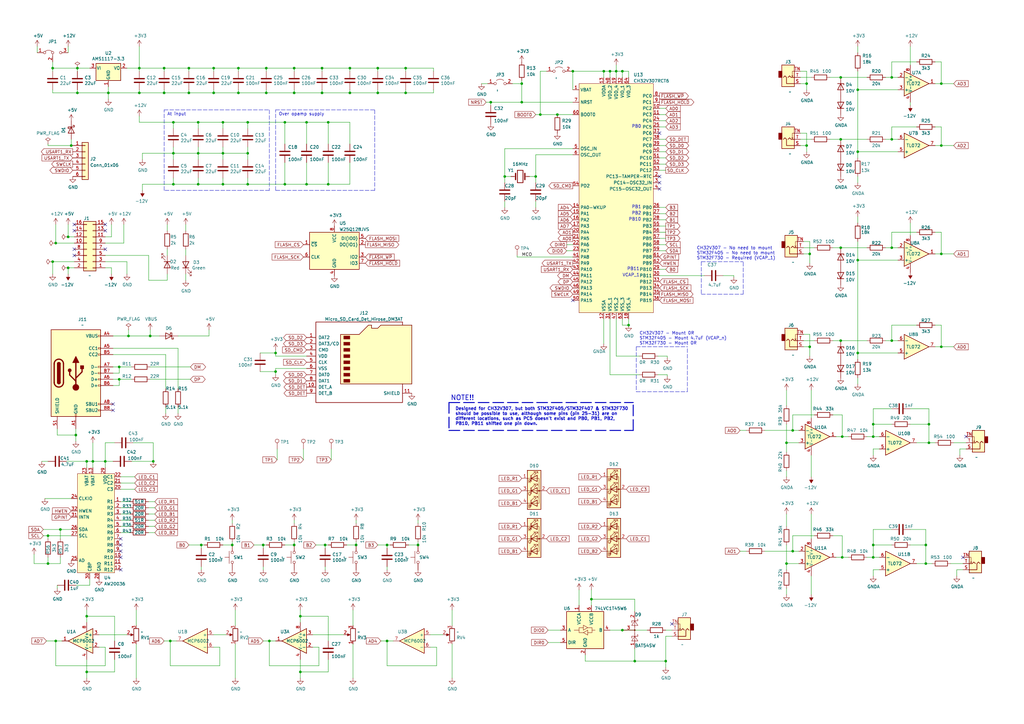
<source format=kicad_sch>
(kicad_sch (version 20211123) (generator eeschema)
  (paper "A3")
  (title_block (title "AAA Demiurge 1") (rev "G") (company "Awesome Audio Apparatus"))
  (junction (at 158.75 262.89))
  (junction (at 351.79 36.83))
  (junction (at 110.49 262.89))
  (junction (at 62.865 189.23))
  (junction (at 234.95 29.21))
  (junction (at 344.805 101.6))
  (junction (at 325.12 176.53))
  (junction (at 213.995 41.91))
  (junction (at 171.45 223.52))
  (junction (at 95.25 223.52))
  (junction (at 365.76 31.75))
  (junction (at 332.105 142.24))
  (junction (at 48.895 155.575))
  (junction (at 35.56 252.73))
  (junction (at 132.08 27.94))
  (junction (at 81.28 62.865))
  (junction (at 166.37 27.94))
  (junction (at 154.94 27.94))
  (junction (at 379.73 223.52))
  (junction (at 31.75 38.1))
  (junction (at 91.44 50.165))
  (junction (at 109.22 27.94))
  (junction (at 113.03 152.4))
  (junction (at 351.79 62.23))
  (junction (at 365.76 101.6))
  (junction (at 154.94 38.1))
  (junction (at 322.58 181.61))
  (junction (at 255.27 258.445))
  (junction (at 260.35 271.145))
  (junction (at 61.595 137.795))
  (junction (at 213.995 34.29))
  (junction (at 109.22 38.1))
  (junction (at 97.79 38.1))
  (junction (at 87.63 38.1))
  (junction (at 29.21 59.69))
  (junction (at 120.65 38.1))
  (junction (at 125.73 75.565))
  (junction (at 116.84 50.165))
  (junction (at 48.895 150.495))
  (junction (at 345.44 228.6))
  (junction (at 221.615 46.99))
  (junction (at 351.79 106.68))
  (junction (at 31.115 178.435))
  (junction (at 69.85 262.89))
  (junction (at 27.94 97.155))
  (junction (at 365.76 139.7))
  (junction (at 24.765 217.17))
  (junction (at 330.835 59.69))
  (junction (at 273.05 271.145))
  (junction (at 21.59 107.315))
  (junction (at 101.6 62.865))
  (junction (at 365.76 57.15))
  (junction (at 67.31 27.94))
  (junction (at 71.12 62.865))
  (junction (at 22.86 262.89))
  (junction (at 381 173.99))
  (junction (at 158.75 223.52))
  (junction (at 35.56 275.59))
  (junction (at 67.31 38.1))
  (junction (at 143.51 38.1))
  (junction (at 379.73 231.14))
  (junction (at 330.835 34.29))
  (junction (at 87.63 27.94))
  (junction (at 21.59 27.94))
  (junction (at 101.6 75.565))
  (junction (at 44.45 38.1))
  (junction (at 132.08 38.1))
  (junction (at 134.62 50.165))
  (junction (at 107.95 223.52))
  (junction (at 344.805 139.7))
  (junction (at 77.47 27.94))
  (junction (at 386.08 34.29))
  (junction (at 101.6 50.165))
  (junction (at 57.15 38.1))
  (junction (at 146.05 223.52))
  (junction (at 77.47 38.1))
  (junction (at 332.105 104.14))
  (junction (at 120.65 27.94))
  (junction (at 250.19 29.21))
  (junction (at 219.71 72.39))
  (junction (at 252.73 29.21))
  (junction (at 386.08 104.14))
  (junction (at 43.18 189.23))
  (junction (at 345.44 179.07))
  (junction (at 242.57 245.745))
  (junction (at 91.44 75.565))
  (junction (at 344.805 31.75))
  (junction (at 201.295 41.91))
  (junction (at 381 181.61))
  (junction (at 71.12 75.565))
  (junction (at 123.19 275.59))
  (junction (at 386.08 142.24))
  (junction (at 134.62 75.565))
  (junction (at 133.35 223.52))
  (junction (at 358.14 223.52))
  (junction (at 120.65 223.52))
  (junction (at 255.27 29.21))
  (junction (at 358.14 173.99))
  (junction (at 166.37 38.1))
  (junction (at 19.685 231.14))
  (junction (at 257.81 133.35))
  (junction (at 207.01 72.39))
  (junction (at 57.15 27.94))
  (junction (at 125.73 50.165))
  (junction (at 386.08 59.69))
  (junction (at 351.79 144.78))
  (junction (at 322.58 231.14))
  (junction (at 358.14 228.6))
  (junction (at 358.14 179.07))
  (junction (at 116.84 75.565))
  (junction (at 81.28 75.565))
  (junction (at 38.1 189.23))
  (junction (at 228.6 46.99))
  (junction (at 82.55 223.52))
  (junction (at 123.19 252.73))
  (junction (at 91.44 62.865))
  (junction (at 97.79 27.94))
  (junction (at 27.94 109.855))
  (junction (at 113.03 144.78))
  (junction (at 19.685 219.71))
  (junction (at 71.12 50.165))
  (junction (at 344.805 57.15))
  (junction (at 22.86 99.695))
  (junction (at 31.75 27.94))
  (junction (at 52.705 137.795))
  (junction (at 81.28 50.165))
  (junction (at 35.56 189.23))
  (junction (at 325.12 226.06))
  (junction (at 143.51 27.94))
  (junction (at 247.65 29.21))
  (no_connect (at 270.51 77.47))
  (no_connect (at 270.51 74.93))
  (no_connect (at 270.51 72.39))
  (no_connect (at 30.48 104.775))
  (no_connect (at 46.355 165.735))
  (no_connect (at 30.48 94.615))
  (no_connect (at 43.18 92.075))
  (no_connect (at 30.48 102.235))
  (no_connect (at 394.97 228.6))
  (no_connect (at 275.59 255.905))
  (no_connect (at 46.355 168.275))
  (no_connect (at 49.53 220.98))
  (no_connect (at 49.53 223.52))
  (no_connect (at 49.53 226.06))
  (no_connect (at 49.53 228.6))
  (no_connect (at 49.53 233.68))
  (no_connect (at 234.95 123.19))
  (no_connect (at 30.48 92.075))
  (no_connect (at 396.24 179.07))
  (no_connect (at 270.51 54.61))
  (no_connect (at 43.18 102.235))
  (no_connect (at 43.18 94.615))
  (wire (pts (xy 15.24 21.59) (xy 15.24 19.05)))
  (wire (pts (xy 31.115 175.895) (xy 31.115 178.435)))
  (wire (pts (xy 43.18 104.775) (xy 60.96 104.775)))
  (wire (pts (xy 296.545 113.03) (xy 300.99 113.03)))
  (wire (pts (xy 123.19 250.19) (xy 123.19 252.73)))
  (wire (pts (xy 368.3 62.23) (xy 351.79 62.23)))
  (wire (pts (xy 134.62 66.675) (xy 134.62 75.565)))
  (wire (pts (xy 57.15 50.165) (xy 71.12 50.165)))
  (wire (pts (xy 217.17 72.39) (xy 219.71 72.39)))
  (wire (pts (xy 392.43 236.22) (xy 392.43 233.68)))
  (wire (pts (xy 207.01 60.96) (xy 207.01 72.39)))
  (wire (pts (xy 49.53 213.36) (xy 53.34 213.36)))
  (wire (pts (xy 340.36 57.15) (xy 344.805 57.15)))
  (wire (pts (xy 270.51 110.49) (xy 273.05 110.49)))
  (wire (pts (xy 373.38 167.64) (xy 381 167.64)))
  (wire (pts (xy 252.73 29.21) (xy 252.73 31.75)))
  (wire (pts (xy 22.86 262.89) (xy 19.05 262.89)))
  (polyline (pts (xy 281.94 160.655) (xy 281.94 142.24)))
  (wire (pts (xy 185.42 264.16) (xy 185.42 278.13)))
  (wire (pts (xy 313.69 226.06) (xy 325.12 226.06)))
  (wire (pts (xy 345.44 219.71) (xy 345.44 228.6)))
  (wire (pts (xy 255.27 258.445) (xy 265.43 258.445)))
  (wire (pts (xy 322.58 181.61) (xy 322.58 185.42)))
  (wire (pts (xy 365.76 95.25) (xy 365.76 101.6)))
  (wire (pts (xy 57.15 47.625) (xy 57.15 50.165)))
  (wire (pts (xy 61.595 137.795) (xy 65.405 137.795)))
  (wire (pts (xy 365.76 52.07) (xy 365.76 57.15)))
  (wire (pts (xy 30.48 97.155) (xy 27.94 97.155)))
  (polyline (pts (xy 113.03 45.085) (xy 153.67 45.085)))
  (wire (pts (xy 134.62 262.89) (xy 134.62 252.73)))
  (wire (pts (xy 383.54 34.29) (xy 386.08 34.29)))
  (wire (pts (xy 327.66 181.61) (xy 322.58 181.61)))
  (wire (pts (xy 27.305 189.23) (xy 35.56 189.23)))
  (wire (pts (xy 44.45 38.1) (xy 44.45 40.64)))
  (wire (pts (xy 365.76 57.15) (xy 368.3 57.15)))
  (wire (pts (xy 330.835 54.61) (xy 330.835 59.69)))
  (wire (pts (xy 46.99 270.51) (xy 46.99 275.59)))
  (wire (pts (xy 351.79 147.32) (xy 351.79 144.78)))
  (wire (pts (xy 125.73 59.055) (xy 125.73 50.165)))
  (wire (pts (xy 101.6 62.865) (xy 101.6 60.325)))
  (wire (pts (xy 344.805 31.75) (xy 355.6 31.75)))
  (wire (pts (xy 368.3 101.6) (xy 365.76 101.6)))
  (wire (pts (xy 116.84 75.565) (xy 101.6 75.565)))
  (wire (pts (xy 22.86 273.05) (xy 22.86 262.89)))
  (wire (pts (xy 46.99 275.59) (xy 35.56 275.59)))
  (wire (pts (xy 177.8 27.94) (xy 177.8 29.21)))
  (wire (pts (xy 341.63 219.71) (xy 345.44 219.71)))
  (wire (pts (xy 46.355 153.035) (xy 48.895 153.035)))
  (wire (pts (xy 330.835 29.21) (xy 330.835 34.29)))
  (wire (pts (xy 68.58 104.775) (xy 68.58 102.235)))
  (wire (pts (xy 67.31 36.83) (xy 67.31 38.1)))
  (polyline (pts (xy 304.8 120.65) (xy 304.8 107.315)))
  (wire (pts (xy 87.63 38.1) (xy 97.79 38.1)))
  (wire (pts (xy 22.86 99.695) (xy 30.48 99.695)))
  (wire (pts (xy 234.95 102.87) (xy 232.41 102.87)))
  (wire (pts (xy 91.44 73.025) (xy 91.44 75.565)))
  (wire (pts (xy 52.705 137.795) (xy 61.595 137.795)))
  (wire (pts (xy 219.71 46.99) (xy 221.615 46.99)))
  (wire (pts (xy 60.96 205.74) (xy 63.5 205.74)))
  (wire (pts (xy 133.35 223.52) (xy 129.54 223.52)))
  (wire (pts (xy 342.9 179.07) (xy 345.44 179.07)))
  (wire (pts (xy 386.08 52.07) (xy 386.08 59.69)))
  (wire (pts (xy 63.5 213.36) (xy 60.96 213.36)))
  (wire (pts (xy 373.38 91.44) (xy 373.38 96.52)))
  (wire (pts (xy 67.31 38.1) (xy 77.47 38.1)))
  (wire (pts (xy 49.53 195.58) (xy 55.245 195.58)))
  (wire (pts (xy 234.95 100.33) (xy 232.41 100.33)))
  (wire (pts (xy 132.08 38.1) (xy 120.65 38.1)))
  (wire (pts (xy 368.3 144.78) (xy 351.79 144.78)))
  (wire (pts (xy 143.51 75.565) (xy 134.62 75.565)))
  (wire (pts (xy 341.63 101.6) (xy 344.805 101.6)))
  (wire (pts (xy 17.78 219.71) (xy 19.685 219.71)))
  (wire (pts (xy 250.19 29.21) (xy 250.19 31.75)))
  (wire (pts (xy 332.105 99.06) (xy 332.105 104.14)))
  (wire (pts (xy 341.63 170.18) (xy 345.44 170.18)))
  (wire (pts (xy 329.565 104.14) (xy 332.105 104.14)))
  (wire (pts (xy 386.08 34.29) (xy 391.16 34.29)))
  (wire (pts (xy 123.19 270.51) (xy 123.19 275.59)))
  (wire (pts (xy 13.97 227.33) (xy 13.97 231.14)))
  (wire (pts (xy 45.72 97.155) (xy 45.72 92.075)))
  (wire (pts (xy 95.25 223.52) (xy 95.25 222.25)))
  (wire (pts (xy 43.18 189.23) (xy 46.355 189.23)))
  (wire (pts (xy 133.35 224.79) (xy 133.35 223.52)))
  (wire (pts (xy 201.295 43.18) (xy 201.295 41.91)))
  (wire (pts (xy 90.17 273.05) (xy 69.85 273.05)))
  (wire (pts (xy 21.59 107.315) (xy 21.59 112.395)))
  (wire (pts (xy 255.27 29.21) (xy 255.27 31.75)))
  (wire (pts (xy 62.865 181.61) (xy 62.865 189.23)))
  (wire (pts (xy 179.07 273.05) (xy 158.75 273.05)))
  (wire (pts (xy 49.53 208.28) (xy 53.34 208.28)))
  (wire (pts (xy 386.08 59.69) (xy 391.16 59.69)))
  (wire (pts (xy 270.51 97.79) (xy 273.05 97.79)))
  (wire (pts (xy 58.42 62.865) (xy 71.12 62.865)))
  (wire (pts (xy 61.595 135.255) (xy 61.595 137.795)))
  (wire (pts (xy 109.22 36.83) (xy 109.22 38.1)))
  (wire (pts (xy 109.22 27.94) (xy 120.65 27.94)))
  (wire (pts (xy 57.15 27.94) (xy 67.31 27.94)))
  (wire (pts (xy 60.96 104.775) (xy 60.96 114.935)))
  (wire (pts (xy 273.05 100.33) (xy 270.51 100.33)))
  (wire (pts (xy 71.12 52.705) (xy 71.12 50.165)))
  (wire (pts (xy 219.71 72.39) (xy 219.71 74.93)))
  (wire (pts (xy 128.27 260.35) (xy 140.97 260.35)))
  (wire (pts (xy 78.105 150.495) (xy 61.595 150.495)))
  (wire (pts (xy 363.22 57.15) (xy 365.76 57.15)))
  (polyline (pts (xy 67.31 78.105) (xy 67.31 45.085)))
  (wire (pts (xy 19.685 59.055) (xy 19.685 59.69)))
  (wire (pts (xy 82.55 223.52) (xy 82.55 224.79)))
  (polyline (pts (xy 113.03 78.105) (xy 113.03 45.085)))
  (wire (pts (xy 120.65 27.94) (xy 120.65 29.21)))
  (wire (pts (xy 351.79 62.23) (xy 351.79 64.77)))
  (wire (pts (xy 332.74 220.98) (xy 332.74 210.82)))
  (wire (pts (xy 48.895 155.575) (xy 46.355 155.575)))
  (polyline (pts (xy 153.67 45.085) (xy 153.67 78.105)))
  (wire (pts (xy 358.14 179.07) (xy 355.6 179.07)))
  (wire (pts (xy 123.19 275.59) (xy 123.19 278.13)))
  (wire (pts (xy 332.74 171.45) (xy 332.74 160.02)))
  (wire (pts (xy 360.68 179.07) (xy 358.14 179.07)))
  (wire (pts (xy 31.115 178.435) (xy 31.115 180.975)))
  (wire (pts (xy 31.75 27.94) (xy 21.59 27.94)))
  (wire (pts (xy 260.35 271.145) (xy 273.05 271.145)))
  (wire (pts (xy 77.47 27.94) (xy 87.63 27.94)))
  (wire (pts (xy 158.75 223.52) (xy 154.94 223.52)))
  (wire (pts (xy 52.07 260.35) (xy 40.64 260.35)))
  (wire (pts (xy 242.57 245.745) (xy 242.57 248.285)))
  (wire (pts (xy 55.88 250.19) (xy 55.88 256.54)))
  (wire (pts (xy 21.59 27.94) (xy 21.59 29.21)))
  (wire (pts (xy 391.16 181.61) (xy 396.24 181.61)))
  (wire (pts (xy 71.12 60.325) (xy 71.12 62.865)))
  (wire (pts (xy 332.105 137.16) (xy 332.105 142.24)))
  (wire (pts (xy 365.76 223.52) (xy 358.14 223.52)))
  (wire (pts (xy 143.51 27.94) (xy 143.51 29.21)))
  (wire (pts (xy 207.01 72.39) (xy 207.01 74.93)))
  (wire (pts (xy 221.615 29.21) (xy 221.615 46.99)))
  (wire (pts (xy 383.54 95.25) (xy 386.08 95.25)))
  (wire (pts (xy 134.62 75.565) (xy 125.73 75.565)))
  (polyline (pts (xy 110.49 78.105) (xy 67.31 78.105)))
  (wire (pts (xy 63.5 218.44) (xy 60.96 218.44)))
  (wire (pts (xy 273.05 52.07) (xy 270.51 52.07)))
  (wire (pts (xy 38.1 189.23) (xy 43.18 189.23)))
  (wire (pts (xy 44.45 35.56) (xy 44.45 38.1)))
  (wire (pts (xy 322.58 241.3) (xy 322.58 243.84)))
  (wire (pts (xy 158.75 262.89) (xy 161.29 262.89)))
  (wire (pts (xy 91.44 60.325) (xy 91.44 62.865)))
  (wire (pts (xy 48.895 153.035) (xy 48.895 150.495)))
  (wire (pts (xy 177.8 38.1) (xy 166.37 38.1)))
  (wire (pts (xy 344.805 101.6) (xy 355.6 101.6)))
  (wire (pts (xy 351.79 36.83) (xy 368.3 36.83)))
  (wire (pts (xy 154.94 27.94) (xy 154.94 29.21)))
  (wire (pts (xy 327.66 231.14) (xy 322.58 231.14)))
  (wire (pts (xy 67.945 145.415) (xy 46.355 145.415)))
  (polyline (pts (xy 67.31 45.085) (xy 110.49 45.085)))
  (wire (pts (xy 58.42 78.105) (xy 58.42 75.565)))
  (wire (pts (xy 43.18 109.855) (xy 45.72 109.855)))
  (wire (pts (xy 144.78 250.19) (xy 144.78 256.54)))
  (wire (pts (xy 113.03 151.13) (xy 125.73 151.13)))
  (wire (pts (xy 237.49 241.935) (xy 237.49 248.285)))
  (wire (pts (xy 92.71 260.35) (xy 87.63 260.35)))
  (wire (pts (xy 35.56 270.51) (xy 35.56 275.59)))
  (wire (pts (xy 224.79 258.445) (xy 229.87 258.445)))
  (wire (pts (xy 143.51 36.83) (xy 143.51 38.1)))
  (wire (pts (xy 373.38 217.17) (xy 379.73 217.17)))
  (wire (pts (xy 21.59 27.94) (xy 21.59 25.4)))
  (wire (pts (xy 71.12 50.165) (xy 81.28 50.165)))
  (wire (pts (xy 260.35 245.745) (xy 260.35 250.825)))
  (wire (pts (xy 133.35 232.41) (xy 133.35 233.68)))
  (wire (pts (xy 255.27 130.81) (xy 255.27 133.35)))
  (wire (pts (xy 43.18 107.315) (xy 52.07 107.315)))
  (wire (pts (xy 134.62 50.165) (xy 143.51 50.165)))
  (wire (pts (xy 358.14 173.99) (xy 358.14 179.07)))
  (wire (pts (xy 332.74 195.58) (xy 332.74 186.69)))
  (wire (pts (xy 35.56 252.73) (xy 46.99 252.73)))
  (wire (pts (xy 234.95 105.41) (xy 212.09 105.41)))
  (wire (pts (xy 176.53 260.35) (xy 181.61 260.35)))
  (wire (pts (xy 113.03 151.13) (xy 113.03 152.4)))
  (wire (pts (xy 21.59 107.315) (xy 30.48 107.315)))
  (wire (pts (xy 201.295 41.91) (xy 213.995 41.91)))
  (wire (pts (xy 270.51 87.63) (xy 273.05 87.63)))
  (wire (pts (xy 46.99 181.61) (xy 43.18 181.61)))
  (wire (pts (xy 247.65 29.21) (xy 250.19 29.21)))
  (wire (pts (xy 365.76 25.4) (xy 365.76 31.75)))
  (wire (pts (xy 154.94 38.1) (xy 143.51 38.1)))
  (wire (pts (xy 363.22 31.75) (xy 365.76 31.75)))
  (wire (pts (xy 325.12 226.06) (xy 327.66 226.06)))
  (wire (pts (xy 355.6 228.6) (xy 358.14 228.6)))
  (wire (pts (xy 63.5 208.28) (xy 60.96 208.28)))
  (wire (pts (xy 250.19 29.21) (xy 252.73 29.21)))
  (wire (pts (xy 328.295 29.21) (xy 330.835 29.21)))
  (wire (pts (xy 328.295 31.75) (xy 332.74 31.75)))
  (wire (pts (xy 76.2 112.395) (xy 76.2 114.935)))
  (wire (pts (xy 57.15 38.1) (xy 57.15 36.83)))
  (wire (pts (xy 44.45 38.1) (xy 57.15 38.1)))
  (wire (pts (xy 143.51 66.675) (xy 143.51 75.565)))
  (wire (pts (xy 365.76 101.6) (xy 363.22 101.6)))
  (wire (pts (xy 325.12 176.53) (xy 313.69 176.53)))
  (wire (pts (xy 45.72 109.855) (xy 45.72 112.395)))
  (wire (pts (xy 325.12 176.53) (xy 327.66 176.53)))
  (wire (pts (xy 351.79 72.39) (xy 351.79 74.93)))
  (wire (pts (xy 68.58 92.075) (xy 68.58 94.615)))
  (wire (pts (xy 23.495 241.3) (xy 23.495 240.03)))
  (wire (pts (xy 109.22 38.1) (xy 97.79 38.1)))
  (wire (pts (xy 67.31 27.94) (xy 77.47 27.94)))
  (wire (pts (xy 234.315 29.21) (xy 234.95 29.21)))
  (wire (pts (xy 13.97 231.14) (xy 19.685 231.14)))
  (wire (pts (xy 48.895 150.495) (xy 53.975 150.495)))
  (wire (pts (xy 90.17 265.43) (xy 90.17 273.05)))
  (wire (pts (xy 199.39 41.91) (xy 201.295 41.91)))
  (wire (pts (xy 57.15 38.1) (xy 67.31 38.1)))
  (wire (pts (xy 382.27 231.14) (xy 379.73 231.14)))
  (wire (pts (xy 207.01 82.55) (xy 207.01 85.09)))
  (wire (pts (xy 358.14 233.68) (xy 358.14 236.22)))
  (wire (pts (xy 67.945 159.385) (xy 67.945 145.415)))
  (wire (pts (xy 68.58 114.935) (xy 68.58 112.395)))
  (wire (pts (xy 52.07 27.94) (xy 57.15 27.94)))
  (wire (pts (xy 252.73 29.21) (xy 255.27 29.21)))
  (wire (pts (xy 334.01 170.18) (xy 325.12 170.18)))
  (wire (pts (xy 134.62 50.165) (xy 134.62 59.055)))
  (wire (pts (xy 125.73 66.675) (xy 125.73 75.565)))
  (wire (pts (xy 351.79 91.44) (xy 351.79 88.9)))
  (wire (pts (xy 300.99 113.03) (xy 300.99 113.665)))
  (wire (pts (xy 71.12 75.565) (xy 81.28 75.565)))
  (wire (pts (xy 330.835 59.69) (xy 330.835 62.23)))
  (wire (pts (xy 219.71 63.5) (xy 234.95 63.5)))
  (wire (pts (xy 177.8 36.83) (xy 177.8 38.1)))
  (wire (pts (xy 393.7 184.15) (xy 393.7 186.69)))
  (wire (pts (xy 171.45 213.36) (xy 171.45 214.63)))
  (wire (pts (xy 27.94 109.855) (xy 27.94 112.395)))
  (wire (pts (xy 373.38 223.52) (xy 379.73 223.52)))
  (wire (pts (xy 132.08 36.83) (xy 132.08 38.1)))
  (wire (pts (xy 38.1 181.61) (xy 38.1 189.23)))
  (wire (pts (xy 213.995 34.29) (xy 213.995 41.91)))
  (wire (pts (xy 273.05 44.45) (xy 270.51 44.45)))
  (wire (pts (xy 128.27 265.43) (xy 130.81 265.43)))
  (wire (pts (xy 358.14 223.52) (xy 358.14 217.17)))
  (wire (pts (xy 375.92 181.61) (xy 381 181.61)))
  (wire (pts (xy 383.54 52.07) (xy 386.08 52.07)))
  (wire (pts (xy 250.19 258.445) (xy 255.27 258.445)))
  (wire (pts (xy 345.44 179.07) (xy 347.98 179.07)))
  (wire (pts (xy 116.84 66.675) (xy 116.84 75.565)))
  (wire (pts (xy 116.84 59.055) (xy 116.84 50.165)))
  (wire (pts (xy 322.58 210.82) (xy 322.58 215.9)))
  (wire (pts (xy 55.88 264.16) (xy 55.88 278.13)))
  (wire (pts (xy 46.355 158.115) (xy 48.895 158.115)))
  (wire (pts (xy 394.97 231.14) (xy 389.89 231.14)))
  (wire (pts (xy 250.19 130.81) (xy 250.19 153.67)))
  (wire (pts (xy 69.85 262.89) (xy 72.39 262.89)))
  (polyline (pts (xy 153.67 78.105) (xy 113.03 78.105)))
  (wire (pts (xy 257.81 133.35) (xy 257.81 130.81)))
  (wire (pts (xy 30.48 109.855) (xy 27.94 109.855)))
  (wire (pts (xy 213.995 33.02) (xy 213.995 34.29)))
  (wire (pts (xy 91.44 223.52) (xy 95.25 223.52)))
  (wire (pts (xy 21.59 38.1) (xy 31.75 38.1)))
  (wire (pts (xy 134.62 270.51) (xy 134.62 275.59)))
  (wire (pts (xy 125.73 75.565) (xy 116.84 75.565)))
  (wire (pts (xy 134.62 223.52) (xy 133.35 223.52)))
  (wire (pts (xy 67.31 262.89) (xy 69.85 262.89)))
  (wire (pts (xy 332.105 142.24) (xy 332.105 146.05)))
  (wire (pts (xy 273.05 90.17) (xy 270.51 90.17)))
  (wire (pts (xy 96.52 250.19) (xy 96.52 256.54)))
  (wire (pts (xy 120.65 213.36) (xy 120.65 214.63)))
  (wire (pts (xy 46.355 142.875) (xy 73.025 142.875)))
  (wire (pts (xy 375.92 133.35) (xy 365.76 133.35)))
  (wire (pts (xy 273.05 258.445) (xy 275.59 258.445)))
  (wire (pts (xy 379.73 231.14) (xy 375.92 231.14)))
  (wire (pts (xy 106.68 144.78) (xy 113.03 144.78)))
  (wire (pts (xy 328.295 54.61) (xy 330.835 54.61)))
  (wire (pts (xy 49.53 200.66) (xy 55.245 200.66)))
  (wire (pts (xy 383.54 133.35) (xy 386.08 133.35)))
  (wire (pts (xy 252.73 130.81) (xy 252.73 146.05)))
  (wire (pts (xy 43.18 99.695) (xy 50.8 99.695)))
  (wire (pts (xy 78.105 155.575) (xy 61.595 155.575)))
  (wire (pts (xy 341.63 139.7) (xy 344.805 139.7)))
  (wire (pts (xy 95.25 213.36) (xy 95.25 214.63)))
  (wire (pts (xy 252.73 26.67) (xy 252.73 29.21)))
  (wire (pts (xy 158.75 273.05) (xy 158.75 262.89)))
  (wire (pts (xy 325.12 219.71) (xy 325.12 226.06)))
  (wire (pts (xy 67.945 167.005) (xy 67.945 169.545)))
  (wire (pts (xy 166.37 27.94) (xy 177.8 27.94)))
  (wire (pts (xy 73.025 137.795) (xy 85.725 137.795)))
  (wire (pts (xy 386.08 133.35) (xy 386.08 142.24)))
  (wire (pts (xy 365.76 217.17) (xy 358.14 217.17)))
  (wire (pts (xy 240.03 271.145) (xy 260.35 271.145)))
  (wire (pts (xy 101.6 50.165) (xy 101.6 52.705)))
  (wire (pts (xy 219.71 63.5) (xy 219.71 72.39)))
  (wire (pts (xy 130.81 265.43) (xy 130.81 273.05)))
  (wire (pts (xy 77.47 36.83) (xy 77.47 38.1)))
  (wire (pts (xy 322.58 231.14) (xy 322.58 233.68)))
  (wire (pts (xy 43.18 181.61) (xy 43.18 189.23)))
  (wire (pts (xy 57.15 19.05) (xy 57.15 27.94)))
  (wire (pts (xy 17.78 217.17) (xy 24.765 217.17)))
  (wire (pts (xy 273.05 57.15) (xy 270.51 57.15)))
  (wire (pts (xy 23.495 175.895) (xy 23.495 178.435)))
  (wire (pts (xy 24.765 217.17) (xy 24.765 220.98)))
  (wire (pts (xy 234.95 29.21) (xy 247.65 29.21)))
  (wire (pts (xy 255.27 133.35) (xy 257.81 133.35)))
  (wire (pts (xy 143.51 27.94) (xy 154.94 27.94)))
  (wire (pts (xy 373.38 43.18) (xy 373.38 41.91)))
  (wire (pts (xy 351.79 106.68) (xy 351.79 144.78)))
  (wire (pts (xy 144.78 264.16) (xy 144.78 278.13)))
  (wire (pts (xy 250.19 153.67) (xy 262.255 153.67)))
  (wire (pts (xy 146.05 223.52) (xy 146.05 222.25)))
  (wire (pts (xy 46.355 137.795) (xy 52.705 137.795)))
  (wire (pts (xy 50.8 99.695) (xy 50.8 92.075)))
  (wire (pts (xy 31.75 36.83) (xy 31.75 38.1)))
  (wire (pts (xy 106.68 152.4) (xy 113.03 152.4)))
  (wire (pts (xy 107.95 223.52) (xy 104.14 223.52)))
  (wire (pts (xy 273.685 146.05) (xy 273.685 146.685)))
  (wire (pts (xy 340.36 31.75) (xy 344.805 31.75)))
  (wire (pts (xy 69.85 273.05) (xy 69.85 262.89)))
  (wire (pts (xy 109.22 29.21) (xy 109.22 27.94)))
  (polyline (pts (xy 259.715 176.53) (xy 259.715 165.1)) (stroke (width 0.4)))
  (wire (pts (xy 368.3 106.68) (xy 351.79 106.68)))
  (wire (pts (xy 386.08 25.4) (xy 386.08 34.29)))
  (wire (pts (xy 31.75 38.1) (xy 44.45 38.1)))
  (wire (pts (xy 328.295 59.69) (xy 330.835 59.69)))
  (polyline (pts (xy 287.655 107.315) (xy 304.8 107.315)))
  (wire (pts (xy 38.1 189.23) (xy 38.1 191.77)))
  (wire (pts (xy 96.52 264.16) (xy 96.52 278.13)))
  (wire (pts (xy 273.05 64.77) (xy 270.51 64.77)))
  (wire (pts (xy 52.07 107.315) (xy 52.07 112.395)))
  (polyline (pts (xy 287.655 120.65) (xy 304.8 120.65)))
  (wire (pts (xy 43.18 265.43) (xy 43.18 273.05)))
  (wire (pts (xy 255.27 29.21) (xy 257.81 29.21)))
  (wire (pts (xy 273.05 62.23) (xy 270.51 62.23)))
  (wire (pts (xy 275.59 260.985) (xy 273.05 260.985)))
  (wire (pts (xy 242.57 241.935) (xy 242.57 245.745)))
  (wire (pts (xy 85.725 137.795) (xy 85.725 135.255)))
  (wire (pts (xy 154.94 27.94) (xy 166.37 27.94)))
  (wire (pts (xy 76.2 104.775) (xy 76.2 102.235)))
  (wire (pts (xy 273.685 153.67) (xy 273.685 154.305)))
  (wire (pts (xy 375.92 25.4) (xy 365.76 25.4)))
  (wire (pts (xy 19.685 220.98) (xy 19.685 219.71)))
  (wire (pts (xy 113.03 152.4) (xy 113.03 153.67)))
  (wire (pts (xy 368.3 139.7) (xy 365.76 139.7)))
  (wire (pts (xy 234.95 29.21) (xy 234.95 36.83)))
  (wire (pts (xy 43.18 189.23) (xy 43.18 191.77)))
  (wire (pts (xy 166.37 27.94) (xy 166.37 29.21)))
  (wire (pts (xy 97.79 27.94) (xy 109.22 27.94)))
  (wire (pts (xy 81.28 50.165) (xy 91.44 50.165)))
  (wire (pts (xy 101.6 50.165) (xy 116.84 50.165)))
  (wire (pts (xy 329.565 99.06) (xy 332.105 99.06)))
  (wire (pts (xy 273.05 85.09) (xy 270.51 85.09)))
  (wire (pts (xy 322.58 223.52) (xy 322.58 231.14)))
  (wire (pts (xy 212.09 105.41) (xy 212.09 104.775)))
  (wire (pts (xy 381 181.61) (xy 383.54 181.61)))
  (wire (pts (xy 132.08 27.94) (xy 132.08 29.21)))
  (polyline (pts (xy 184.15 165.1) (xy 259.715 165.1)) (stroke (width 0.4)))
  (wire (pts (xy 67.31 29.21) (xy 67.31 27.94)))
  (wire (pts (xy 49.53 218.44) (xy 53.34 218.44)))
  (polyline (pts (xy 184.15 176.53) (xy 259.715 176.53)) (stroke (width 0.4)))
  (wire (pts (xy 360.68 184.15) (xy 358.14 184.15)))
  (wire (pts (xy 46.99 252.73) (xy 46.99 262.89)))
  (wire (pts (xy 345.44 228.6) (xy 347.98 228.6)))
  (wire (pts (xy 328.295 57.15) (xy 332.74 57.15)))
  (wire (pts (xy 22.86 262.89) (xy 25.4 262.89)))
  (wire (pts (xy 360.68 233.68) (xy 358.14 233.68)))
  (wire (pts (xy 71.12 62.865) (xy 81.28 62.865)))
  (wire (pts (xy 270.51 95.25) (xy 273.05 95.25)))
  (wire (pts (xy 101.6 62.865) (xy 101.6 65.405)))
  (wire (pts (xy 91.44 75.565) (xy 101.6 75.565)))
  (wire (pts (xy 113.03 144.78) (xy 113.03 143.51)))
  (wire (pts (xy 73.025 169.545) (xy 73.025 167.005)))
  (wire (pts (xy 31.115 240.03) (xy 36.83 240.03)))
  (wire (pts (xy 383.54 104.14) (xy 386.08 104.14)))
  (wire (pts (xy 228.6 46.99) (xy 234.95 46.99)))
  (wire (pts (xy 107.95 224.79) (xy 107.95 223.52)))
  (wire (pts (xy 386.08 142.24) (xy 391.16 142.24)))
  (wire (pts (xy 358.14 228.6) (xy 358.14 223.52)))
  (wire (pts (xy 257.81 29.21) (xy 257.81 31.75)))
  (wire (pts (xy 43.18 273.05) (xy 22.86 273.05)))
  (wire (pts (xy 358.14 184.15) (xy 358.14 186.69)))
  (polyline (pts (xy 184.15 165.1) (xy 184.15 176.53)) (stroke (width 0.4)))
  (wire (pts (xy 60.96 210.82) (xy 63.5 210.82)))
  (wire (pts (xy 351.79 36.83) (xy 351.79 62.23)))
  (wire (pts (xy 273.05 260.985) (xy 273.05 271.145)))
  (wire (pts (xy 345.44 170.18) (xy 345.44 179.07)))
  (wire (pts (xy 73.025 142.875) (xy 73.025 159.385)))
  (wire (pts (xy 97.79 38.1) (xy 97.79 36.83)))
  (wire (pts (xy 142.24 223.52) (xy 146.05 223.52)))
  (wire (pts (xy 365.76 173.99) (xy 358.14 173.99)))
  (wire (pts (xy 52.705 135.255) (xy 52.705 137.795)))
  (wire (pts (xy 379.73 223.52) (xy 379.73 231.14)))
  (wire (pts (xy 224.79 263.525) (xy 229.87 263.525)))
  (wire (pts (xy 113.03 262.89) (xy 110.49 262.89)))
  (wire (pts (xy 396.24 184.15) (xy 393.7 184.15)))
  (wire (pts (xy 156.21 262.89) (xy 158.75 262.89)))
  (wire (pts (xy 91.44 52.705) (xy 91.44 50.165)))
  (wire (pts (xy 113.03 146.05) (xy 113.03 144.78)))
  (wire (pts (xy 383.54 142.24) (xy 386.08 142.24)))
  (wire (pts (xy 179.07 265.43) (xy 179.07 273.05)))
  (wire (pts (xy 134.62 275.59) (xy 123.19 275.59)))
  (wire (pts (xy 329.565 139.7) (xy 334.01 139.7)))
  (wire (pts (xy 329.565 142.24) (xy 332.105 142.24)))
  (wire (pts (xy 110.49 262.89) (xy 107.95 262.89)))
  (wire (pts (xy 17.145 189.23) (xy 19.685 189.23)))
  (wire (pts (xy 358.14 228.6) (xy 360.68 228.6)))
  (wire (pts (xy 19.685 219.71) (xy 29.21 219.71)))
  (wire (pts (xy 270.51 67.31) (xy 273.05 67.31)))
  (wire (pts (xy 120.65 222.25) (xy 120.65 223.52)))
  (wire (pts (xy 35.56 250.19) (xy 35.56 252.73)))
  (wire (pts (xy 49.53 198.12) (xy 55.245 198.12)))
  (wire (pts (xy 270.51 92.71) (xy 273.05 92.71)))
  (wire (pts (xy 87.63 29.21) (xy 87.63 27.94)))
  (wire (pts (xy 375.92 52.07) (xy 365.76 52.07)))
  (wire (pts (xy 124.46 184.15) (xy 124.46 188.595)))
  (wire (pts (xy 247.65 130.81) (xy 247.65 140.97)))
  (wire (pts (xy 36.83 237.49) (xy 36.83 240.03)))
  (wire (pts (xy 322.58 160.02) (xy 322.58 166.37)))
  (wire (pts (xy 81.28 60.325) (xy 81.28 62.865)))
  (wire (pts (xy 351.79 29.21) (xy 351.79 36.83)))
  (wire (pts (xy 31.75 27.94) (xy 31.75 29.21)))
  (wire (pts (xy 381 167.64) (xy 381 173.99)))
  (wire (pts (xy 373.38 26.67) (xy 373.38 19.05)))
  (wire (pts (xy 49.53 205.74) (xy 53.34 205.74)))
  (wire (pts (xy 21.59 36.83) (xy 21.59 38.1)))
  (wire (pts (xy 35.56 275.59) (xy 35.56 278.13)))
  (wire (pts (xy 219.71 85.09) (xy 219.71 82.55)))
  (wire (pts (xy 386.08 95.25) (xy 386.08 104.14)))
  (wire (pts (xy 171.45 223.52) (xy 167.64 223.52)))
  (wire (pts (xy 373.38 173.99) (xy 381 173.99)))
  (wire (pts (xy 365.76 139.7) (xy 363.22 139.7)))
  (wire (pts (xy 97.79 27.94) (xy 97.79 29.21)))
  (wire (pts (xy 71.12 65.405) (xy 71.12 62.865)))
  (wire (pts (xy 329.565 101.6) (xy 334.01 101.6)))
  (wire (pts (xy 325.12 170.18) (xy 325.12 176.53)))
  (wire (pts (xy 171.45 222.25) (xy 171.45 223.52)))
  (wire (pts (xy 273.05 271.145) (xy 273.05 273.685)))
  (wire (pts (xy 351.79 19.05) (xy 351.79 21.59)))
  (wire (pts (xy 260.35 266.065) (xy 260.35 271.145)))
  (wire (pts (xy 329.565 137.16) (xy 332.105 137.16)))
  (wire (pts (xy 240.03 268.605) (xy 240.03 271.145)))
  (wire (pts (xy 260.35 245.745) (xy 242.57 245.745)))
  (wire (pts (xy 58.42 75.565) (xy 71.12 75.565)))
  (wire (pts (xy 332.105 104.14) (xy 332.105 107.95)))
  (wire (pts (xy 60.96 114.935) (xy 68.58 114.935)))
  (wire (pts (xy 270.51 49.53) (xy 273.05 49.53)))
  (wire (pts (xy 120.65 27.94) (xy 132.08 27.94)))
  (wire (pts (xy 386.08 104.14) (xy 391.16 104.14)))
  (wire (pts (xy 81.28 62.865) (xy 91.44 62.865)))
  (wire (pts (xy 221.615 46.99) (xy 228.6 46.99)))
  (wire (pts (xy 351.79 157.48) (xy 351.79 154.94)))
  (wire (pts (xy 143.51 38.1) (xy 132.08 38.1)))
  (wire (pts (xy 383.54 25.4) (xy 386.08 25.4)))
  (wire (pts (xy 116.84 50.165) (xy 125.73 50.165)))
  (wire (pts (xy 24.765 231.14) (xy 24.765 228.6)))
  (wire (pts (xy 19.685 231.14) (xy 24.765 231.14)))
  (wire (pts (xy 35.56 191.77) (xy 35.56 189.23)))
  (wire (pts (xy 154.94 36.83) (xy 154.94 38.1)))
  (wire (pts (xy 23.495 178.435) (xy 31.115 178.435)))
  (wire (pts (xy 19.685 228.6) (xy 19.685 231.14)))
  (wire (pts (xy 351.79 106.68) (xy 351.79 99.06)))
  (wire (pts (xy 107.95 232.41) (xy 107.95 233.68)))
  (wire (pts (xy 166.37 36.83) (xy 166.37 38.1)))
  (wire (pts (xy 24.765 217.17) (xy 29.21 217.17)))
  (wire (pts (xy 234.95 60.96) (xy 207.01 60.96)))
  (wire (pts (xy 120.65 223.52) (xy 116.84 223.52)))
  (wire (pts (xy 209.55 72.39) (xy 207.01 72.39)))
  (wire (pts (xy 158.75 232.41) (xy 158.75 233.68)))
  (wire (pts (xy 40.64 265.43) (xy 43.18 265.43)))
  (wire (pts (xy 18.415 204.47) (xy 29.21 204.47)))
  (wire (pts (xy 27.94 21.59) (xy 27.94 19.05)))
  (polyline (pts (xy 260.985 160.655) (xy 281.94 160.655)))
  (wire (pts (xy 176.53 265.43) (xy 179.07 265.43)))
  (wire (pts (xy 344.805 57.15) (xy 355.6 57.15)))
  (wire (pts (xy 125.73 50.165) (xy 134.62 50.165)))
  (wire (pts (xy 49.53 215.9) (xy 53.34 215.9)))
  (wire (pts (xy 328.295 34.29) (xy 330.835 34.29)))
  (wire (pts (xy 381 173.99) (xy 381 181.61)))
  (wire (pts (xy 87.63 265.43) (xy 90.17 265.43)))
  (wire (pts (xy 224.155 29.21) (xy 221.615 29.21)))
  (wire (pts (xy 19.685 59.69) (xy 29.21 59.69)))
  (wire (pts (xy 332.74 236.22) (xy 332.74 243.84)))
  (wire (pts (xy 375.92 95.25) (xy 365.76 95.25)))
  (wire (pts (xy 120.65 38.1) (xy 109.22 38.1)))
  (wire (pts (xy 29.21 57.15) (xy 29.21 59.69)))
  (wire (pts (xy 134.62 252.73) (xy 123.19 252.73)))
  (wire (pts (xy 71.12 73.025) (xy 71.12 75.565)))
  (wire (pts (xy 60.96 215.9) (xy 63.5 215.9)))
  (wire (pts (xy 109.22 223.52) (xy 107.95 223.52)))
  (wire (pts (xy 123.19 252.73) (xy 123.19 255.27)))
  (wire (pts (xy 344.805 139.7) (xy 355.6 139.7)))
  (wire (pts (xy 365.76 133.35) (xy 365.76 139.7)))
  (wire (pts (xy 57.15 27.94) (xy 57.15 29.21)))
  (wire (pts (xy 345.44 228.6) (xy 342.9 228.6)))
  (wire (pts (xy 303.53 176.53) (xy 306.07 176.53)))
  (wire (pts (xy 54.61 181.61) (xy 62.865 181.61)))
  (wire (pts (xy 35.56 252.73) (xy 35.56 255.27)))
  (wire (pts (xy 270.51 102.87) (xy 273.05 102.87)))
  (wire (pts (xy 81.28 75.565) (xy 91.44 75.565)))
  (wire (pts (xy 185.42 250.19) (xy 185.42 256.54)))
  (wire (pts (xy 383.54 59.69) (xy 386.08 59.69)))
  (wire (pts (xy 81.28 52.705) (xy 81.28 50.165)))
  (wire (pts (xy 101.6 75.565) (xy 101.6 73.025)))
  (polyline (pts (xy 260.985 142.24) (xy 260.985 160.655)))
  (wire (pts (xy 35.56 189.23) (xy 38.1 189.23)))
  (wire (pts (xy 210.185 34.29) (xy 213.995 34.29)))
  (wire (pts (xy 379.73 217.17) (xy 379.73 223.52)))
  (wire (pts (xy 365.76 167.64) (xy 358.14 167.64)))
  (wire (pts (xy 197.485 34.29) (xy 200.025 34.29)))
  (wire (pts (xy 22.86 99.695) (xy 22.86 92.075)))
  (wire (pts (xy 125.73 146.05) (xy 113.03 146.05)))
  (wire (pts (xy 48.895 155.575) (xy 53.975 155.575)))
  (wire (pts (xy 330.835 34.29) (xy 330.835 36.83)))
  (wire (pts (xy 269.875 153.67) (xy 273.685 153.67)))
  (wire (pts (xy 322.58 173.99) (xy 322.58 181.61)))
  (wire (pts (xy 76.2 94.615) (xy 76.2 92.075)))
  (wire (pts (xy 130.81 273.05) (xy 110.49 273.05)))
  (wire (pts (xy 270.51 113.03) (xy 288.925 113.03)))
  (wire (pts (xy 358.14 167.64) (xy 358.14 173.99)))
  (wire (pts (xy 31.75 27.94) (xy 36.83 27.94)))
  (wire (pts (xy 120.65 36.83) (xy 120.65 38.1)))
  (polyline (pts (xy 287.655 107.315) (xy 287.655 120.65)))
  (wire (pts (xy 270.51 59.69) (xy 273.05 59.69)))
  (wire (pts (xy 303.53 226.06) (xy 306.07 226.06)))
  (wire (pts (xy 82.55 232.41) (xy 82.55 233.68)))
  (wire (pts (xy 87.63 36.83) (xy 87.63 38.1)))
  (wire (pts (xy 49.53 210.82) (xy 53.34 210.82)))
  (wire (pts (xy 113.665 184.15) (xy 113.665 188.595)))
  (polyline (pts (xy 110.49 45.085) (xy 110.49 78.105)))
  (wire (pts (xy 135.89 184.15) (xy 135.89 188.595)))
  (wire (pts (xy 91.44 62.865) (xy 101.6 62.865)))
  (wire (pts (xy 365.76 31.75) (xy 368.3 31.75)))
  (wire (pts (xy 27.94 97.155) (xy 27.94 92.075)))
  (wire (pts (xy 87.63 27.94) (xy 97.79 27.94)))
  (wire (pts (xy 58.42 65.405) (xy 58.42 62.865)))
  (wire (pts (xy 252.73 146.05) (xy 262.255 146.05)))
  (wire (pts (xy 160.02 223.52) (xy 158.75 223.52)))
  (wire (pts (xy 270.51 46.99) (xy 273.05 46.99)))
  (wire (pts (xy 273.05 69.85) (xy 270.51 69.85)))
  (wire (pts (xy 81.28 73.025) (xy 81.28 75.565)))
  (wire (pts (xy 77.47 38.1) (xy 87.63 38.1)))
  (wire (pts (xy 81.28 65.405) (xy 81.28 62.865)))
  (polyline (pts (xy 260.985 142.24) (xy 281.94 142.24)))
  (wire (pts (xy 91.44 65.405) (xy 91.44 62.865)))
  (wire (pts (xy 392.43 233.68) (xy 394.97 233.68)))
  (wire (pts (xy 77.47 29.21) (xy 77.47 27.94)))
  (wire (pts (xy 46.355 150.495) (xy 48.895 150.495)))
  (wire (pts (xy 43.18 97.155) (xy 45.72 97.155)))
  (wire (pts (xy 48.895 158.115) (xy 48.895 155.575)))
  (wire (pts (xy 146.05 213.36) (xy 146.05 214.63)))
  (wire (pts (xy 29.21 59.69) (xy 29.845 59.69)))
  (wire (pts (xy 158.75 224.79) (xy 158.75 223.52)))
  (wire (pts (xy 83.82 223.52) (xy 82.55 223.52)))
  (wire (pts (xy 110.49 273.05) (xy 110.49 262.89)))
  (wire (pts (xy 132.08 27.94) (xy 143.51 27.94)))
  (wire (pts (xy 334.01 219.71) (xy 325.12 219.71)))
  (wire (pts (xy 166.37 38.1) (xy 154.94 38.1)))
  (wire (pts (xy 322.58 193.04) (xy 322.58 195.58)))
  (wire (pts (xy 91.44 50.165) (xy 101.6 50.165)))
  (wire (pts (xy 53.975 189.23) (xy 62.865 189.23)))
  (wire (pts (xy 269.875 146.05) (xy 273.685 146.05)))
  (wire (pts (xy 143.51 50.165) (xy 143.51 59.055)))
  (wire (pts (xy 213.995 41.91) (xy 234.95 41.91)))
  (wire (pts (xy 247.65 29.21) (xy 247.65 31.75)))
  (wire (pts (xy 77.47 223.52) (xy 82.55 223.52)))
  (text "Designed for CH32V307, but both STM32F405/STM32F407 & STM32F730\nshould be possible to use, although some pins (pin 25-31) are on \ndifferent locations, such as PC5 doesn't exist and PB0, PB1, PB2, \nPB10, PB11 shifted one pin down." (at 186.69 174.625 0) (effects (font (size 1.27 1.27) (thickness 0.254) bold) (justify left bottom)))
  (text "At input" (at 68.58 47.625 0) (effects (font (size 1.27 1.27)) (justify left bottom)))
  (text "PB0" (at 259.08 52.705 0) (effects (font (size 1.27 1.27)) (justify left bottom)))
  (text "VCAP_1" (at 255.27 113.665 0) (effects (font (size 1.27 1.27)) (justify left bottom)))
  (text "PB10" (at 257.81 90.805 0) (effects (font (size 1.27 1.27)) (justify left bottom)))
  (text "NOTE!!" (at 184.785 164.465 0) (effects (font (size 2 2) (thickness 0.254) bold) (justify left bottom)))
  (text "PB11" (at 257.175 111.125 0) (effects (font (size 1.27 1.27)) (justify left bottom)))
  (text "CH32V307 - No need to mount\nSTM32F405 - No need to mount\nSTM32F730 - Required (VCAP_1)" (at 285.75 106.68 0) (effects (font (size 1.27 1.27)) (justify left bottom)))
  (text "CH32V307 - Mount 0R\nSTM32F405 - Mount 4.7uF (VCAP_n)\nSTM32F730 - Mount 0R" (at 262.255 141.605 0) (effects (font (size 1.27 1.27)) (justify left bottom)))
  (text "PB1" (at 259.08 85.725 0) (effects (font (size 1.27 1.27)) (justify left bottom)))
  (text "Over opamp supply" (at 114.3 47.625 0) (effects (font (size 1.27 1.27)) (justify left bottom)))
  (text "PB2" (at 259.08 88.265 0) (effects (font (size 1.27 1.27)) (justify left bottom)))
  (label "MCO" (at 213.995 105.41 0))
  (global_label "SD_D0" (shape bidirectional) (at 273.05 59.69 0) (property "Intersheet References" "${INTERSHEET_REFS}" (effects hide)))
  (global_label "DIR0" (shape input) (at 224.79 263.525 180) (property "Intersheet References" "${INTERSHEET_REFS}" (effects hide)))
  (global_label "SD_DET" (shape output) (at 125.73 158.75 180) (property "Intersheet References" "${INTERSHEET_REFS}" (effects hide)))
  (global_label "FLASH_MOSI" (shape input) (at 270.51 123.19 0) (property "Intersheet References" "${INTERSHEET_REFS}" (effects hide)))
  (global_label "AD6" (shape input) (at 67.31 262.89 180) (property "Intersheet References" "${INTERSHEET_REFS}" (effects hide)))
  (global_label "SD_D0" (shape bidirectional) (at 125.73 153.67 180) (property "Intersheet References" "${INTERSHEET_REFS}" (effects hide)))
  (global_label "FLASH_SCK" (shape input) (at 270.51 118.11 0) (property "Intersheet References" "${INTERSHEET_REFS}" (effects hide)))
  (global_label "AD1" (shape input) (at 273.05 46.99 0) (property "Intersheet References" "${INTERSHEET_REFS}" (effects hide)))
  (global_label "AD4" (shape input) (at 234.95 85.09 180) (property "Intersheet References" "${INTERSHEET_REFS}" (effects hide)))
  (global_label "AD7" (shape input) (at 19.05 262.89 180) (property "Intersheet References" "${INTERSHEET_REFS}" (effects hide)))
  (global_label "AO1" (shape output) (at 234.95 95.25 180) (property "Intersheet References" "${INTERSHEET_REFS}" (effects hide)))
  (global_label "LED_R1" (shape input) (at 63.5 205.74 0) (property "Intersheet References" "${INTERSHEET_REFS}" (effects hide)))
  (global_label "LED_R1" (shape input) (at 213.995 215.9 180) (property "Intersheet References" "${INTERSHEET_REFS}" (effects hide)))
  (global_label "SD_DET" (shape output) (at 125.73 161.29 180) (property "Intersheet References" "${INTERSHEET_REFS}" (effects hide)))
  (global_label "GPINT" (shape input) (at 29.21 212.09 180) (property "Intersheet References" "${INTERSHEET_REFS}" (effects hide)))
  (global_label "LED_R2" (shape input) (at 246.698 215.9 180) (property "Intersheet References" "${INTERSHEET_REFS}" (effects hide)))
  (global_label "LED_G2" (shape input) (at 246.698 220.98 180) (property "Intersheet References" "${INTERSHEET_REFS}" (effects hide)))
  (global_label "LED_B1" (shape input) (at 63.5 210.82 0) (property "Intersheet References" "${INTERSHEET_REFS}" (effects hide)))
  (global_label "B0" (shape input) (at 273.05 110.49 0) (property "Intersheet References" "${INTERSHEET_REFS}" (effects hide)))
  (global_label "SD_CLK" (shape output) (at 273.05 69.85 0) (property "Intersheet References" "${INTERSHEET_REFS}" (effects hide)))
  (global_label "LED_G1" (shape input) (at 213.995 201.295 180) (property "Intersheet References" "${INTERSHEET_REFS}" (effects hide)))
  (global_label "B3" (shape input) (at 154.94 223.52 180) (property "Intersheet References" "${INTERSHEET_REFS}" (effects hide)))
  (global_label "~{FLASH_HOLD}" (shape input) (at 149.86 107.95 0) (property "Intersheet References" "${INTERSHEET_REFS}" (effects hide)))
  (global_label "LED_B2" (shape input) (at 246.698 226.06 180) (property "Intersheet References" "${INTERSHEET_REFS}" (effects hide)))
  (global_label "AD0" (shape input) (at 391.16 142.24 0) (property "Intersheet References" "${INTERSHEET_REFS}" (effects hide)))
  (global_label "DIR0" (shape output) (at 232.41 100.33 180) (property "Intersheet References" "${INTERSHEET_REFS}" (effects hide)))
  (global_label "LED_C2" (shape input) (at 224.155 220.98 0) (property "Intersheet References" "${INTERSHEET_REFS}" (effects hide)))
  (global_label "FLASH_CS" (shape input) (at 270.51 115.57 0) (property "Intersheet References" "${INTERSHEET_REFS}" (effects hide)))
  (global_label "FLASH_SCK" (shape input) (at 124.46 105.41 180) (property "Intersheet References" "${INTERSHEET_REFS}" (effects hide)))
  (global_label "USART1_TX" (shape input) (at 29.845 64.77 180) (property "Intersheet References" "${INTERSHEET_REFS}" (effects hide)))
  (global_label "HWEN" (shape input) (at 29.21 209.55 180) (property "Intersheet References" "${INTERSHEET_REFS}" (effects hide)))
  (global_label "SDA" (shape input) (at 17.78 217.17 180) (property "Intersheet References" "${INTERSHEET_REFS}" (effects hide)))
  (global_label "LED_B1" (shape input) (at 213.995 206.375 180) (property "Intersheet References" "${INTERSHEET_REFS}" (effects hide)))
  (global_label "LED_C2" (shape input) (at 55.245 198.12 0) (property "Intersheet References" "${INTERSHEET_REFS}" (effects hide)))
  (global_label "FLASH_MISO" (shape output) (at 270.51 120.65 0) (property "Intersheet References" "${INTERSHEET_REFS}" (effects hide)))
  (global_label "NRST" (shape input) (at 199.39 41.91 180) (property "Intersheet References" "${INTERSHEET_REFS}" (effects hide)))
  (global_label "SD_D2" (shape bidirectional) (at 273.05 64.77 0) (property "Intersheet References" "${INTERSHEET_REFS}" (effects hide)))
  (global_label "USART1_RX" (shape output) (at 29.845 62.23 180) (property "Intersheet References" "${INTERSHEET_REFS}" (effects hide)))
  (global_label "DM" (shape bidirectional) (at 234.95 113.03 180) (property "Intersheet References" "${INTERSHEET_REFS}" (effects hide)))
  (global_label "B2" (shape input) (at 129.54 223.52 180) (property "Intersheet References" "${INTERSHEET_REFS}" (effects hide)))
  (global_label "~{FLASH_HOLD}" (shape output) (at 270.51 41.91 0) (property "Intersheet References" "${INTERSHEET_REFS}" (effects hide)))
  (global_label "B0" (shape input) (at 77.47 223.52 180) (property "Intersheet References" "${INTERSHEET_REFS}" (effects hide)))
  (global_label "AD4" (shape input) (at 156.21 262.89 180) (property "Intersheet References" "${INTERSHEET_REFS}" (effects hide)))
  (global_label "~{FLASH_WP}" (shape output) (at 270.51 39.37 0) (property "Intersheet References" "${INTERSHEET_REFS}" (effects hide)))
  (global_label "USART1_RX" (shape input) (at 234.95 110.49 180) (property "Intersheet References" "${INTERSHEET_REFS}" (effects hide)))
  (global_label "SWDIO" (shape bidirectional) (at 234.95 118.11 180) (property "Intersheet References" "${INTERSHEET_REFS}" (effects hide)))
  (global_label "FLASH_MOSI" (shape input) (at 149.86 97.79 0) (property "Intersheet References" "${INTERSHEET_REFS}" (effects hide)))
  (global_label "LED_C3" (shape input) (at 55.245 200.66 0) (property "Intersheet References" "${INTERSHEET_REFS}" (effects hide)))
  (global_label "AD7" (shape input) (at 234.95 92.71 180) (property "Intersheet References" "${INTERSHEET_REFS}" (effects hide)))
  (global_label "TP1" (shape input) (at 113.665 188.595 180) (property "Intersheet References" "${INTERSHEET_REFS}" (effects hide)))
  (global_label "SD_D1" (shape bidirectional) (at 125.73 156.21 180) (property "Intersheet References" "${INTERSHEET_REFS}" (effects hide)))
  (global_label "AD3" (shape input) (at 273.05 52.07 0) (property "Intersheet References" "${INTERSHEET_REFS}" (effects hide)))
  (global_label "B2" (shape input) (at 273.05 87.63 0) (property "Intersheet References" "${INTERSHEET_REFS}" (effects hide)))
  (global_label "AD3" (shape input) (at 391.16 34.29 0) (property "Intersheet References" "${INTERSHEET_REFS}" (effects hide)))
  (global_label "DM" (shape bidirectional) (at 78.105 150.495 0) (property "Intersheet References" "${INTERSHEET_REFS}" (effects hide)))
  (global_label "TP1" (shape output) (at 273.05 92.71 0) (property "Intersheet References" "${INTERSHEET_REFS}" (effects hide)))
  (global_label "TP3" (shape output) (at 273.05 97.79 0) (property "Intersheet References" "${INTERSHEET_REFS}" (effects hide)))
  (global_label "LED_C1" (shape input) (at 256.858 220.98 0) (property "Intersheet References" "${INTERSHEET_REFS}" (effects hide)))
  (global_label "SD_CMD" (shape output) (at 234.95 76.2 180) (property "Intersheet References" "${INTERSHEET_REFS}" (effects hide)))
  (global_label "SD_CMD" (shape input) (at 125.73 143.51 180) (property "Intersheet References" "${INTERSHEET_REFS}" (effects hide)))
  (global_label "LED_G1" (shape input) (at 63.5 208.28 0) (property "Intersheet References" "${INTERSHEET_REFS}" (effects hide)))
  (global_label "SD_D3" (shape bidirectional) (at 125.73 140.97 180) (property "Intersheet References" "${INTERSHEET_REFS}" (effects hide)))
  (global_label "LED_B1" (shape input) (at 213.995 226.06 180) (property "Intersheet References" "${INTERSHEET_REFS}" (effects hide)))
  (global_label "DP" (shape bidirectional) (at 78.105 155.575 0) (property "Intersheet References" "${INTERSHEET_REFS}" (effects hide)))
  (global_label "LED_G1" (shape input) (at 213.995 220.98 180) (property "Intersheet References" "${INTERSHEET_REFS}" (effects hide)))
  (global_label "AD5" (shape input) (at 234.95 87.63 180) (property "Intersheet References" "${INTERSHEET_REFS}" (effects hide)))
  (global_label "AD1" (shape input) (at 391.16 104.14 0) (property "Intersheet References" "${INTERSHEET_REFS}" (effects hide)))
  (global_label "SWDIO" (shape bidirectional) (at 29.845 69.85 180) (property "Intersheet References" "${INTERSHEET_REFS}" (effects hide)))
  (global_label "SWCLK" (shape output) (at 29.845 67.31 180) (property "Intersheet References" "${INTERSHEET_REFS}" (effects hide)))
  (global_label "LED_R1" (shape input) (at 246.698 195.58 180) (property "Intersheet References" "${INTERSHEET_REFS}" (effects hide)))
  (global_label "USART1_TX" (shape output) (at 234.95 107.95 180) (property "Intersheet References" "${INTERSHEET_REFS}" (effects hide)))
  (global_label "LED_C3" (shape input) (at 256.858 200.66 0) (property "Intersheet References" "${INTERSHEET_REFS}" (effects hide)))
  (global_label "TP2" (shape input) (at 124.46 188.595 180) (property "Intersheet References" "${INTERSHEET_REFS}" (effects hide)))
  (global_label "LED_B2" (shape input) (at 63.5 218.44 0) (property "Intersheet References" "${INTERSHEET_REFS}" (effects hide)))
  (global_label "AD2" (shape input) (at 391.16 59.69 0) (property "Intersheet References" "${INTERSHEET_REFS}" (effects hide)))
  (global_label "DP" (shape bidirectional) (at 234.95 115.57 180) (property "Intersheet References" "${INTERSHEET_REFS}" (effects hide)))
  (global_label "SCL" (shape input) (at 17.78 219.71 180) (property "Intersheet References" "${INTERSHEET_REFS}" (effects hide)))
  (global_label "AO0" (shape input) (at 303.53 176.53 180) (property "Intersheet References" "${INTERSHEET_REFS}" (effects hide)))
  (global_label "TP2" (shape output) (at 273.05 95.25 0) (property "Intersheet References" "${INTERSHEET_REFS}" (effects hide)))
  (global_label "B1" (shape input) (at 273.05 90.17 0) (property "Intersheet References" "${INTERSHEET_REFS}" (effects hide)))
  (global_label "B1" (shape input) (at 104.14 223.52 180) (property "Intersheet References" "${INTERSHEET_REFS}" (effects hide)))
  (global_label "AD6" (shape input) (at 234.95 90.17 180) (property "Intersheet References" "${INTERSHEET_REFS}" (effects hide)))
  (global_label "SD_DET" (shape input) (at 273.05 57.15 0) (property "Intersheet References" "${INTERSHEET_REFS}" (effects hide)))
  (global_label "BOOT0" (shape input) (at 219.71 46.99 180) (property "Intersheet References" "${INTERSHEET_REFS}" (effects hide)))
  (global_label "B3" (shape input) (at 273.05 85.09 0) (property "Intersheet References" "${INTERSHEET_REFS}" (effects hide)))
  (global_label "SD_D3" (shape bidirectional) (at 273.05 67.31 0) (property "Intersheet References" "${INTERSHEET_REFS}" (effects hide)))
  (global_label "AO1" (shape input) (at 303.53 226.06 180) (property "Intersheet References" "${INTERSHEET_REFS}" (effects hide)))
  (global_label "AD2" (shape input) (at 273.05 49.53 0) (property "Intersheet References" "${INTERSHEET_REFS}" (effects hide)))
  (global_label "HWEN" (shape input) (at 270.51 107.95 0) (property "Intersheet References" "${INTERSHEET_REFS}" (effects hide)))
  (global_label "DIO0" (shape bidirectional) (at 232.41 102.87 180) (property "Intersheet References" "${INTERSHEET_REFS}" (effects hide)))
  (global_label "SWCLK" (shape input) (at 234.95 120.65 180) (property "Intersheet References" "${INTERSHEET_REFS}" (effects hide)))
  (global_label "LED_R1" (shape input) (at 213.995 196.215 180) (property "Intersheet References" "${INTERSHEET_REFS}" (effects hide)))
  (global_label "AD5" (shape input) (at 107.95 262.89 180) (property "Intersheet References" "${INTERSHEET_REFS}" (effects hide)))
  (global_label "LED_C1" (shape input) (at 55.245 195.58 0) (property "Intersheet References" "${INTERSHEET_REFS}" (effects hide)))
  (global_label "AD0" (shape input) (at 273.05 44.45 0) (property "Intersheet References" "${INTERSHEET_REFS}" (effects hide)))
  (global_label "LED_G1" (shape input) (at 246.698 200.66 180) (property "Intersheet References" "${INTERSHEET_REFS}" (effects hide)))
  (global_label "SD_D2" (shape bidirectional) (at 125.73 138.43 180) (property "Intersheet References" "${INTERSHEET_REFS}" (effects hide)))
  (global_label "SDA" (shape input) (at 273.05 102.87 0) (property "Intersheet References" "${INTERSHEET_REFS}" (effects hide)))
  (global_label "DIO0" (shape input) (at 224.79 258.445 180) (property "Intersheet References" "${INTERSHEET_REFS}" (effects hide)))
  (global_label "SD_D1" (shape bidirectional) (at 273.05 62.23 0) (property "Intersheet References" "${INTERSHEET_REFS}" (effects hide)))
  (global_label "LED_G2" (shape input) (at 63.5 215.9 0) (property "Intersheet References" "${INTERSHEET_REFS}" (effects hide)))
  (global_label "LED_B1" (shape input) (at 246.698 205.74 180) (property "Intersheet References" "${INTERSHEET_REFS}" (effects hide)))
  (global_label "~{FLASH_WP}" (shape input) (at 149.86 105.41 0) (property "Intersheet References" "${INTERSHEET_REFS}" (effects hide)))
  (global_label "TP3" (shape input) (at 135.89 188.595 180) (property "Intersheet References" "${INTERSHEET_REFS}" (effects hide)))
  (global_label "SD_CLK" (shape input) (at 125.73 148.59 180) (property "Intersheet References" "${INTERSHEET_REFS}" (effects hide)))
  (global_label "AO0" (shape output) (at 234.95 97.79 180) (property "Intersheet References" "${INTERSHEET_REFS}" (effects hide)))
  (global_label "GPINT" (shape input) (at 270.51 105.41 0) (property "Intersheet References" "${INTERSHEET_REFS}" (effects hide)))
  (global_label "FLASH_CS" (shape input) (at 124.46 100.33 180) (property "Intersheet References" "${INTERSHEET_REFS}" (effects hide)))
  (global_label "FLASH_MISO" (shape output) (at 149.86 100.33 0) (property "Intersheet References" "${INTERSHEET_REFS}" (effects hide)))
  (global_label "LED_C1" (shape input) (at 224.155 201.295 0) (property "Intersheet References" "${INTERSHEET_REFS}" (effects hide)))
  (global_label "SCL" (shape input) (at 273.05 100.33 0) (property "Intersheet References" "${INTERSHEET_REFS}" (effects hide)))
  (global_label "LED_R2" (shape input) (at 63.5 213.36 0) (property "Intersheet References" "${INTERSHEET_REFS}" (effects hide)))
  (symbol (lib_id "Connector_Generic:Conn_02x08_Odd_Even") (at 38.1 102.235 180) (unit 1)
    (property "Reference" "J1" (at 35.56 89.535 0))
    (property "Value" "~" (at 36.83 113.0554 0))
    (property "Footprint" "Connector_PinHeader_2.54mm:PinHeader_2x08_P2.54mm_Vertical" (effects hide))
    (property "LCSC" "C68234" (effects hide))
  )
  (symbol (lib_id "Regulator_Linear:AMS1117-3.3") (at 44.45 27.94 0) (unit 1)
    (property "Reference" "U2" (at 44.45 21.7932 0))
    (property "Value" "AMS1117-3.3" (at 44.45 24.1046 0))
    (property "Footprint" "Package_TO_SOT_SMD:SOT-223-3_TabPin2" (effects hide))
    (property "Datasheet" "http://www.advanced-monolithic.com/pdf/ds1117.pdf" (effects hide))
    (property "LCSC" "C6186" (effects hide))
  )
  (symbol (lib_id "power:GND") (at 44.45 40.64 0) (unit 1)
    (property "Reference" "#PWR016" (effects hide))
    (property "Value" "GND" (at 44.577 45.0342 0))
  )
  (symbol (lib_id "power:+3V3") (at 57.15 19.05 0) (unit 1)
    (property "Reference" "#PWR024" (effects hide))
    (property "Value" "+3V3" (at 57.531 14.6558 0))
  )
  (symbol (lib_id "Device:C") (at 97.79 33.02 0) (unit 1)
    (property "Reference" "C21" (at 100.711 31.8516 0) (effects (justify left)))
    (property "Value" "100nF" (at 100.711 34.163 0) (effects (justify left)))
    (property "Footprint" "Capacitor_SMD:C_0603_1608Metric" (effects hide))
    (property "LCSC" "C14663" (effects hide))
  )
  (symbol (lib_id "Device:LED") (at 76.2 108.585 90) (unit 1)
    (property "Reference" "D3" (at 79.1718 107.5944 90) (effects (justify right)))
    (property "Value" "Green" (at 78.74 109.855 90) (effects (justify right)))
    (property "Footprint" "LED_SMD:LED_0603_1608Metric" (effects hide))
    (property "LCSC" "C72043" (effects hide))
  )
  (symbol (lib_id "Device:R_Potentiometer") (at 55.88 260.35 180) (unit 1)
    (property "Reference" "RV1" (at 57.658 261.5184 0) (effects (justify right)))
    (property "Value" "~" (at 57.658 259.207 0) (effects (justify right)))
    (property "Footprint" "aaa:Potentiometer_Alpha_RD901F-40-00D_Single_Vertical" (effects hide))
  )
  (symbol (lib_id "Device:R_Potentiometer") (at 96.52 260.35 180) (unit 1)
    (property "Reference" "RV2" (at 98.298 261.5184 0) (effects (justify right)))
    (property "Value" "~" (at 98.298 259.207 0) (effects (justify right)))
    (property "Footprint" "aaa:Potentiometer_Alpha_RD901F-40-00D_Single_Vertical" (effects hide))
  )
  (symbol (lib_id "Device:R_Potentiometer") (at 144.78 260.35 180) (unit 1)
    (property "Reference" "RV3" (at 146.558 261.5184 0) (effects (justify right)))
    (property "Value" "~" (at 146.558 259.207 0) (effects (justify right)))
    (property "Footprint" "aaa:Potentiometer_Alpha_RD901F-40-00D_Single_Vertical" (effects hide))
  )
  (symbol (lib_id "Device:R_Potentiometer") (at 185.42 260.35 180) (unit 1)
    (property "Reference" "RV4" (at 187.198 261.5184 0) (effects (justify right)))
    (property "Value" "~" (at 187.198 259.207 0) (effects (justify right)))
    (property "Footprint" "aaa:Potentiometer_Alpha_RD901F-40-00D_Single_Vertical" (effects hide))
  )
  (symbol (lib_id "Switch:SW_Push") (at 95.25 228.6 90) (unit 1)
    (property "Reference" "SW1" (at 97.79 228.6 90))
    (property "Value" "~" (at 90.3224 228.6 0))
    (property "Footprint" "Button_Switch_THT:SW_PUSH_6mm_H8mm" (effects hide))
  )
  (symbol (lib_id "Switch:SW_Push") (at 120.65 228.6 90) (unit 1)
    (property "Reference" "SW2" (at 123.19 228.6 90))
    (property "Value" "~" (at 115.7224 228.6 0))
    (property "Footprint" "Button_Switch_THT:SW_PUSH_6mm_H8mm" (effects hide))
  )
  (symbol (lib_id "Switch:SW_Push") (at 146.05 228.6 90) (unit 1)
    (property "Reference" "SW3" (at 148.59 228.6 90))
    (property "Value" "~" (at 141.1224 228.6 0))
    (property "Footprint" "Button_Switch_THT:SW_PUSH_6mm_H8mm" (effects hide))
  )
  (symbol (lib_id "Switch:SW_Push") (at 171.45 228.6 90) (unit 1)
    (property "Reference" "SW4" (at 173.99 228.6 90))
    (property "Value" "~" (at 166.5224 228.6 0))
    (property "Footprint" "Button_Switch_THT:SW_PUSH_6mm_H8mm" (effects hide))
  )
  (symbol (lib_id "power:+3V3") (at 55.88 250.19 0) (unit 1)
    (property "Reference" "#PWR022" (effects hide))
    (property "Value" "+3V3" (at 56.261 245.7958 0))
  )
  (symbol (lib_id "power:GND") (at 55.88 278.13 0) (unit 1)
    (property "Reference" "#PWR023" (effects hide))
    (property "Value" "GND" (at 56.007 282.5242 0))
  )
  (symbol (lib_id "power:+3V3") (at 96.52 250.19 0) (unit 1)
    (property "Reference" "#PWR034" (effects hide))
    (property "Value" "+3V3" (at 96.901 245.7958 0))
  )
  (symbol (lib_id "power:+3V3") (at 144.78 250.19 0) (unit 1)
    (property "Reference" "#PWR041" (effects hide))
    (property "Value" "+3V3" (at 145.161 245.7958 0))
  )
  (symbol (lib_id "power:+3V3") (at 185.42 250.19 0) (unit 1)
    (property "Reference" "#PWR048" (effects hide))
    (property "Value" "+3V3" (at 185.801 245.7958 0))
  )
  (symbol (lib_id "power:GND") (at 96.52 278.13 0) (unit 1)
    (property "Reference" "#PWR035" (effects hide))
    (property "Value" "GND" (at 96.647 282.5242 0))
  )
  (symbol (lib_id "power:GND") (at 144.78 278.13 0) (unit 1)
    (property "Reference" "#PWR042" (effects hide))
    (property "Value" "GND" (at 144.907 282.5242 0))
  )
  (symbol (lib_id "power:GND") (at 185.42 278.13 0) (unit 1)
    (property "Reference" "#PWR049" (effects hide))
    (property "Value" "GND" (at 185.547 282.5242 0))
  )
  (symbol (lib_id "Device:C") (at 82.55 228.6 0) (unit 1)
    (property "Reference" "C2" (at 85.471 227.4316 0) (effects (justify left)))
    (property "Value" "100nF" (at 85.471 229.743 0) (effects (justify left)))
    (property "Footprint" "Capacitor_SMD:C_0603_1608Metric" (effects hide))
    (property "LCSC" "C14663" (effects hide))
  )
  (symbol (lib_id "Device:R") (at 87.63 223.52 270) (unit 1)
    (property "Reference" "R1" (at 85.09 220.98 90))
    (property "Value" "10k" (at 90.17 220.98 90))
    (property "Footprint" "Resistor_SMD:R_0603_1608Metric" (effects hide))
    (property "LCSC" "C25804" (effects hide))
  )
  (symbol (lib_id "Device:R") (at 95.25 218.44 180) (unit 1)
    (property "Reference" "R2" (at 97.79 215.9 90))
    (property "Value" "10k" (at 97.79 220.98 90))
    (property "Footprint" "Resistor_SMD:R_0603_1608Metric" (effects hide))
    (property "LCSC" "C25804" (effects hide))
  )
  (symbol (lib_id "power:+3V3") (at 95.25 213.36 0) (unit 1)
    (property "Reference" "#PWR014" (effects hide))
    (property "Value" "+3V3" (at 95.631 208.9658 0))
  )
  (symbol (lib_id "power:GND") (at 82.55 233.68 0) (unit 1)
    (property "Reference" "#PWR07" (effects hide))
    (property "Value" "GND" (at 82.677 238.0742 0))
  )
  (symbol (lib_id "power:GND") (at 95.25 233.68 0) (unit 1)
    (property "Reference" "#PWR015" (effects hide))
    (property "Value" "GND" (at 95.377 238.0742 0))
  )
  (symbol (lib_id "Device:R") (at 120.65 218.44 180) (unit 1)
    (property "Reference" "R4" (at 123.19 215.9 90))
    (property "Value" "10k" (at 123.19 220.98 90))
    (property "Footprint" "Resistor_SMD:R_0603_1608Metric" (effects hide))
    (property "LCSC" "C25804" (effects hide))
  )
  (symbol (lib_id "power:+3V3") (at 120.65 213.36 0) (unit 1)
    (property "Reference" "#PWR026" (effects hide))
    (property "Value" "+3V3" (at 121.031 208.9658 0))
  )
  (symbol (lib_id "Device:R") (at 113.03 223.52 270) (unit 1)
    (property "Reference" "R3" (at 110.49 220.98 90))
    (property "Value" "10k" (at 115.57 220.98 90))
    (property "Footprint" "Resistor_SMD:R_0603_1608Metric" (effects hide))
    (property "LCSC" "C25804" (effects hide))
  )
  (symbol (lib_id "Device:C") (at 107.95 228.6 0) (unit 1)
    (property "Reference" "C9" (at 110.871 227.4316 0) (effects (justify left)))
    (property "Value" "100nF" (at 110.871 229.743 0) (effects (justify left)))
    (property "Footprint" "Capacitor_SMD:C_0603_1608Metric" (effects hide))
    (property "LCSC" "C14663" (effects hide))
  )
  (symbol (lib_id "power:GND") (at 107.95 233.68 0) (unit 1)
    (property "Reference" "#PWR021" (effects hide))
    (property "Value" "GND" (at 108.077 238.0742 0))
  )
  (symbol (lib_id "power:GND") (at 120.65 233.68 0) (unit 1)
    (property "Reference" "#PWR027" (effects hide))
    (property "Value" "GND" (at 120.777 238.0742 0))
  )
  (symbol (lib_id "Device:R") (at 146.05 218.44 180) (unit 1)
    (property "Reference" "R8" (at 148.59 215.9 90))
    (property "Value" "10k" (at 148.59 220.98 90))
    (property "Footprint" "Resistor_SMD:R_0603_1608Metric" (effects hide))
    (property "LCSC" "C25804" (effects hide))
  )
  (symbol (lib_id "Device:R") (at 138.43 223.52 270) (unit 1)
    (property "Reference" "R7" (at 135.89 220.98 90))
    (property "Value" "10k" (at 140.97 220.98 90))
    (property "Footprint" "Resistor_SMD:R_0603_1608Metric" (effects hide))
    (property "LCSC" "C25804" (effects hide))
  )
  (symbol (lib_id "Device:C") (at 133.35 228.6 0) (unit 1)
    (property "Reference" "C17" (at 136.271 227.4316 0) (effects (justify left)))
    (property "Value" "100nF" (at 136.271 229.743 0) (effects (justify left)))
    (property "Footprint" "Capacitor_SMD:C_0603_1608Metric" (effects hide))
    (property "LCSC" "C14663" (effects hide))
  )
  (symbol (lib_id "power:GND") (at 146.05 233.68 0) (unit 1)
    (property "Reference" "#PWR033" (effects hide))
    (property "Value" "GND" (at 146.177 238.0742 0))
  )
  (symbol (lib_id "power:GND") (at 133.35 233.68 0) (unit 1)
    (property "Reference" "#PWR031" (effects hide))
    (property "Value" "GND" (at 133.477 238.0742 0))
  )
  (symbol (lib_id "power:+3V3") (at 146.05 213.36 0) (unit 1)
    (property "Reference" "#PWR032" (effects hide))
    (property "Value" "+3V3" (at 146.431 208.9658 0))
  )
  (symbol (lib_id "Device:R") (at 171.45 218.44 180) (unit 1)
    (property "Reference" "R10" (at 173.99 215.9 90))
    (property "Value" "10k" (at 173.99 220.98 90))
    (property "Footprint" "Resistor_SMD:R_0603_1608Metric" (effects hide))
    (property "LCSC" "C25804" (effects hide))
  )
  (symbol (lib_id "Device:R") (at 163.83 223.52 270) (unit 1)
    (property "Reference" "R9" (at 161.29 220.98 90))
    (property "Value" "10k" (at 166.37 220.98 90))
    (property "Footprint" "Resistor_SMD:R_0603_1608Metric" (effects hide))
    (property "LCSC" "C25804" (effects hide))
  )
  (symbol (lib_id "Device:C") (at 158.75 228.6 0) (unit 1)
    (property "Reference" "C23" (at 161.671 227.4316 0) (effects (justify left)))
    (property "Value" "100nF" (at 161.671 229.743 0) (effects (justify left)))
    (property "Footprint" "Capacitor_SMD:C_0603_1608Metric" (effects hide))
    (property "LCSC" "C14663" (effects hide))
  )
  (symbol (lib_id "power:GND") (at 171.45 233.68 0) (unit 1)
    (property "Reference" "#PWR038" (effects hide))
    (property "Value" "GND" (at 171.577 238.0742 0))
  )
  (symbol (lib_id "power:GND") (at 158.75 233.68 0) (unit 1)
    (property "Reference" "#PWR036" (effects hide))
    (property "Value" "GND" (at 158.877 238.0742 0))
  )
  (symbol (lib_id "power:+3V3") (at 171.45 213.36 0) (unit 1)
    (property "Reference" "#PWR037" (effects hide))
    (property "Value" "+3V3" (at 171.831 208.9658 0))
  )
  (symbol (lib_id "Connector:AudioJack2_SwitchT") (at 280.67 258.445 180) (unit 1)
    (property "Reference" "J7" (at 280.67 252.095 0))
    (property "Value" "~" (at 279.8572 264.3886 0))
    (property "Footprint" "aaa:PJ301M-12" (effects hide))
  )
  (symbol (lib_id "Connector:AudioJack2_SwitchT") (at 401.32 181.61 180) (unit 1)
    (property "Reference" "J9" (at 401.32 175.26 0))
    (property "Value" "~" (at 400.5072 187.5536 0))
    (property "Footprint" "aaa:PJ301M-12" (effects hide))
  )
  (symbol (lib_id "Amplifier_Operational:TL072") (at 335.28 179.07 0) (mirror x) (unit 1)
    (property "Reference" "U10" (at 336.55 175.26 0))
    (property "Value" "TL072" (at 334.01 179.07 0))
    (property "Footprint" "Package_SO:SOIC-8_3.9x4.9mm_P1.27mm" (effects hide))
    (property "Datasheet" "http://www.ti.com/lit/ds/symlink/tl071.pdf" (effects hide))
    (property "LCSC" "C6961" (effects hide))
  )
  (symbol (lib_id "Amplifier_Operational:TL072") (at 368.3 181.61 0) (mirror x) (unit 2)
    (property "Reference" "U10" (at 370.84 177.8 0))
    (property "Value" "TL072" (at 367.03 181.61 0))
    (property "Footprint" "Package_SO:SOIC-8_3.9x4.9mm_P1.27mm" (effects hide))
    (property "Datasheet" "http://www.ti.com/lit/ds/symlink/tl071.pdf" (effects hide))
    (property "LCSC" "C6961" (effects hide))
  )
  (symbol (lib_id "Device:R") (at 322.58 170.18 0) (unit 1)
    (property "Reference" "R39" (at 320.04 172.72 90))
    (property "Value" "36k" (at 320.04 167.64 90))
    (property "Footprint" "Resistor_SMD:R_0603_1608Metric" (effects hide))
    (property "LCSC" "C23147" (effects hide))
  )
  (symbol (lib_id "power:-12V") (at 332.74 195.58 180) (unit 1)
    (property "Reference" "#PWR074" (effects hide))
    (property "Value" "-12V" (at 332.359 199.9742 0))
  )
  (symbol (lib_id "power:+12V") (at 332.74 160.02 0) (unit 1)
    (property "Reference" "#PWR073" (effects hide))
    (property "Value" "+12V" (at 333.121 155.6258 0))
  )
  (symbol (lib_id "Amplifier_Operational:TL072") (at 335.28 179.07 0) (unit 3)
    (property "Reference" "U10" (effects hide))
    (property "Value" "TL072" (effects hide))
    (property "Footprint" "Package_SO:SOIC-8_3.9x4.9mm_P1.27mm" (effects hide))
    (property "Datasheet" "http://www.ti.com/lit/ds/symlink/tl071.pdf" (effects hide))
    (property "LCSC" "C6961" (effects hide))
  )
  (symbol (lib_id "Device:R") (at 322.58 189.23 0) (unit 1)
    (property "Reference" "R40" (at 320.04 191.77 90))
    (property "Value" "22k" (at 320.04 186.69 90))
    (property "Footprint" "Resistor_SMD:R_0603_1608Metric" (effects hide))
    (property "LCSC" "C31850" (effects hide))
  )
  (symbol (lib_id "Connector:AudioJack2_SwitchT") (at 323.215 57.15 0) (mirror x) (unit 1)
    (property "Reference" "J4" (at 323.215 50.8 0))
    (property "Value" "~" (at 324.0278 63.0936 0))
    (property "Footprint" "aaa:PJ301M-12" (effects hide))
  )
  (symbol (lib_id "Connector:AudioJack2_SwitchT") (at 323.215 31.75 0) (mirror x) (unit 1)
    (property "Reference" "J3" (at 323.215 25.4 0))
    (property "Value" "~" (at 324.0278 37.6936 0))
    (property "Footprint" "aaa:PJ301M-12" (effects hide))
  )
  (symbol (lib_id "Connector:AudioJack2_SwitchT") (at 324.485 101.6 0) (mirror x) (unit 1)
    (property "Reference" "J5" (at 324.485 95.25 0))
    (property "Value" "~" (at 325.2978 107.5436 0))
    (property "Footprint" "aaa:PJ301M-12" (effects hide))
  )
  (symbol (lib_id "Connector:AudioJack2_SwitchT") (at 324.485 139.7 0) (mirror x) (unit 1)
    (property "Reference" "J6" (at 324.485 133.35 0))
    (property "Value" "~" (at 325.2978 145.6436 0))
    (property "Footprint" "aaa:PJ301M-12" (effects hide))
  )
  (symbol (lib_id "Amplifier_Operational:TL072") (at 375.92 34.29 0) (mirror x) (unit 1)
    (property "Reference" "U7" (at 375.92 29.845 0))
    (property "Value" "TL072" (at 374.65 34.29 0))
    (property "Footprint" "Package_SO:SOIC-8_3.9x4.9mm_P1.27mm" (effects hide))
    (property "Datasheet" "http://www.ti.com/lit/ds/symlink/tl071.pdf" (effects hide))
    (property "LCSC" "C6961" (effects hide))
  )
  (symbol (lib_id "Amplifier_Operational:TL072") (at 375.92 104.14 0) (mirror x) (unit 1)
    (property "Reference" "U8" (at 375.285 99.695 0))
    (property "Value" "TL072" (at 374.65 104.14 0))
    (property "Footprint" "Package_SO:SOIC-8_3.9x4.9mm_P1.27mm" (effects hide))
    (property "Datasheet" "http://www.ti.com/lit/ds/symlink/tl071.pdf" (effects hide))
    (property "LCSC" "C6961" (effects hide))
  )
  (symbol (lib_id "Amplifier_Operational:TL072") (at 375.92 142.24 0) (mirror x) (unit 2)
    (property "Reference" "U8" (at 374.65 137.16 0))
    (property "Value" "TL072" (at 374.65 142.24 0))
    (property "Footprint" "Package_SO:SOIC-8_3.9x4.9mm_P1.27mm" (effects hide))
    (property "Datasheet" "http://www.ti.com/lit/ds/symlink/tl071.pdf" (effects hide))
    (property "LCSC" "C6961" (effects hide))
  )
  (symbol (lib_id "Amplifier_Operational:TL072") (at 375.92 104.14 0) (unit 3)
    (property "Reference" "U8" (effects hide))
    (property "Value" "TL072" (effects hide))
    (property "Footprint" "Package_SO:SOIC-8_3.9x4.9mm_P1.27mm" (effects hide))
    (property "Datasheet" "http://www.ti.com/lit/ds/symlink/tl071.pdf" (effects hide))
    (property "LCSC" "C6961" (effects hide))
  )
  (symbol (lib_id "Amplifier_Operational:TL072") (at 375.92 59.69 0) (mirror x) (unit 2)
    (property "Reference" "U7" (at 374.65 54.61 0))
    (property "Value" "TL072" (at 374.65 59.69 0))
    (property "Footprint" "Package_SO:SOIC-8_3.9x4.9mm_P1.27mm" (effects hide))
    (property "Datasheet" "http://www.ti.com/lit/ds/symlink/tl071.pdf" (effects hide))
    (property "LCSC" "C6961" (effects hide))
  )
  (symbol (lib_id "Amplifier_Operational:TL072") (at 375.92 34.29 0) (unit 3)
    (property "Reference" "U7" (effects hide))
    (property "Value" "TL072" (effects hide))
    (property "Footprint" "Package_SO:SOIC-8_3.9x4.9mm_P1.27mm" (effects hide))
    (property "Datasheet" "http://www.ti.com/lit/ds/symlink/tl071.pdf" (effects hide))
    (property "LCSC" "C6961" (effects hide))
  )
  (symbol (lib_id "Device:R") (at 359.41 31.75 270) (unit 1)
    (property "Reference" "R20" (at 359.41 29.21 90))
    (property "Value" "20k" (at 359.41 34.29 90))
    (property "Footprint" "Resistor_SMD:R_0603_1608Metric" (effects hide))
    (property "LCSC" "C4184" (effects hide))
  )
  (symbol (lib_id "Device:R") (at 351.79 68.58 180) (unit 1)
    (property "Reference" "R17" (at 354.965 67.31 0))
    (property "Value" "13k" (at 354.965 69.85 0))
    (property "Footprint" "Resistor_SMD:R_0603_1608Metric" (effects hide))
    (property "LCSC" "C22797" (effects hide))
  )
  (symbol (lib_id "power:GNDA") (at 330.835 36.83 0) (unit 1)
    (property "Reference" "#PWR051" (effects hide))
    (property "Value" "GNDA" (at 330.962 41.2242 0))
  )
  (symbol (lib_id "Device:R") (at 379.73 25.4 270) (unit 1)
    (property "Reference" "R24" (at 379.73 22.86 90))
    (property "Value" "3k3" (at 379.73 27.94 90))
    (property "Footprint" "Resistor_SMD:R_0603_1608Metric" (effects hide))
    (property "LCSC" "C22978" (effects hide))
  )
  (symbol (lib_id "power:+12V") (at 373.38 91.44 0) (unit 1)
    (property "Reference" "#PWR063" (effects hide))
    (property "Value" "+12V" (at 373.761 87.0458 0))
  )
  (symbol (lib_id "power:-12V") (at 373.38 111.76 180) (unit 1)
    (property "Reference" "#PWR064" (effects hide))
    (property "Value" "-12V" (at 372.999 116.1542 0))
  )
  (symbol (lib_id "power:-12V") (at 373.38 43.18 180) (unit 1)
    (property "Reference" "#PWR062" (effects hide))
    (property "Value" "-12V" (at 372.999 47.5742 0))
  )
  (symbol (lib_id "power:+12V") (at 373.38 19.05 0) (unit 1)
    (property "Reference" "#PWR061" (effects hide))
    (property "Value" "+12V" (at 373.761 14.6558 0))
  )
  (symbol (lib_id "power:GNDA") (at 330.835 62.23 0) (unit 1)
    (property "Reference" "#PWR052" (effects hide))
    (property "Value" "GNDA" (at 330.962 66.6242 0))
  )
  (symbol (lib_id "power:GNDA") (at 332.105 107.95 0) (unit 1)
    (property "Reference" "#PWR053" (effects hide))
    (property "Value" "GNDA" (at 332.232 112.3442 0))
  )
  (symbol (lib_id "power:GNDA") (at 332.105 146.05 0) (unit 1)
    (property "Reference" "#PWR054" (effects hide))
    (property "Value" "GNDA" (at 332.232 150.4442 0))
  )
  (symbol (lib_id "power:+3V3") (at 351.79 19.05 0) (unit 1)
    (property "Reference" "#PWR055" (effects hide))
    (property "Value" "+3V3" (at 352.171 14.6558 0))
  )
  (symbol (lib_id "Device:C") (at 369.57 167.64 90) (unit 1)
    (property "Reference" "C38" (at 368.3 166.37 90) (effects (justify left)))
    (property "Value" "1nF" (at 374.65 166.37 90) (effects (justify left)))
    (property "Footprint" "Capacitor_SMD:C_0603_1608Metric" (effects hide))
    (property "LCSC" "C1588" (effects hide))
  )
  (symbol (lib_id "Device:R") (at 76.2 98.425 0) (unit 1)
    (property "Reference" "R6" (at 78.74 97.155 0))
    (property "Value" "2k" (at 78.74 99.695 0))
    (property "Footprint" "Resistor_SMD:R_0603_1608Metric" (effects hide))
    (property "LCSC" "C22975" (effects hide))
  )
  (symbol (lib_id "Device:R") (at 68.58 98.425 0) (unit 1)
    (property "Reference" "R5" (at 71.12 97.155 0))
    (property "Value" "2k" (at 71.12 99.695 0))
    (property "Footprint" "Resistor_SMD:R_0603_1608Metric" (effects hide))
    (property "LCSC" "C22975" (effects hide))
  )
  (symbol (lib_id "power:GNDA") (at 351.79 74.93 0) (unit 1)
    (property "Reference" "#PWR056" (effects hide))
    (property "Value" "GNDA" (at 351.917 79.3242 0))
  )
  (symbol (lib_id "Device:R") (at 351.79 25.4 180) (unit 1)
    (property "Reference" "R16" (at 355.6 22.86 0))
    (property "Value" "18k" (at 355.6 25.4 0))
    (property "Footprint" "Resistor_SMD:R_0603_1608Metric" (effects hide))
    (property "LCSC" "C25810" (effects hide))
  )
  (symbol (lib_id "Connector:AudioJack2_SwitchT") (at 400.05 231.14 180) (unit 1)
    (property "Reference" "J8" (at 400.05 224.79 0))
    (property "Value" "~" (at 399.2372 237.0836 0))
    (property "Footprint" "aaa:PJ301M-12" (effects hide))
  )
  (symbol (lib_id "Device:R") (at 351.79 179.07 270) (unit 1)
    (property "Reference" "R47" (at 349.25 176.53 90))
    (property "Value" "10k" (at 354.33 176.53 90))
    (property "Footprint" "Resistor_SMD:R_0603_1608Metric" (effects hide))
    (property "LCSC" "C25804" (effects hide))
  )
  (symbol (lib_id "Device:R") (at 369.57 173.99 270) (unit 1)
    (property "Reference" "R49" (at 367.03 171.45 90))
    (property "Value" "20k" (at 372.11 171.45 90))
    (property "Footprint" "Resistor_SMD:R_0603_1608Metric" (effects hide))
    (property "LCSC" "C4184" (effects hide))
  )
  (symbol (lib_id "power:-12V") (at 27.94 112.395 180) (unit 1)
    (property "Reference" "#PWR010" (effects hide))
    (property "Value" "-12V" (at 27.559 116.7892 0))
  )
  (symbol (lib_id "power:-12V") (at 45.72 112.395 180) (unit 1)
    (property "Reference" "#PWR018" (effects hide))
    (property "Value" "-12V" (at 45.339 116.7892 0))
  )
  (symbol (lib_id "power:GND") (at 21.59 112.395 0) (unit 1)
    (property "Reference" "#PWR03" (effects hide))
    (property "Value" "GND" (at 21.717 116.7892 0))
  )
  (symbol (lib_id "power:GND") (at 52.07 112.395 0) (unit 1)
    (property "Reference" "#PWR020" (effects hide))
    (property "Value" "GND" (at 52.197 116.7892 0))
  )
  (symbol (lib_id "Device:R") (at 359.41 57.15 270) (unit 1)
    (property "Reference" "R21" (at 359.41 54.61 90))
    (property "Value" "20k" (at 359.41 59.69 90))
    (property "Footprint" "Resistor_SMD:R_0603_1608Metric" (effects hide))
    (property "LCSC" "C4184" (effects hide))
  )
  (symbol (lib_id "Device:R") (at 379.73 52.07 270) (unit 1)
    (property "Reference" "R25" (at 379.73 49.53 90))
    (property "Value" "3k3" (at 379.73 54.61 90))
    (property "Footprint" "Resistor_SMD:R_0603_1608Metric" (effects hide))
    (property "LCSC" "C22978" (effects hide))
  )
  (symbol (lib_id "Device:R") (at 386.08 231.14 270) (unit 1)
    (property "Reference" "R53" (at 383.54 228.6 90))
    (property "Value" "100" (at 388.62 228.6 90))
    (property "Footprint" "Resistor_SMD:R_0603_1608Metric" (effects hide))
    (property "LCSC" "C22775" (effects hide))
  )
  (symbol (lib_id "Device:R") (at 387.35 181.61 270) (unit 1)
    (property "Reference" "R54" (at 384.81 179.07 90))
    (property "Value" "100" (at 389.89 179.07 90))
    (property "Footprint" "Resistor_SMD:R_0603_1608Metric" (effects hide))
    (property "LCSC" "C22775" (effects hide))
  )
  (symbol (lib_id "power:+5V") (at 27.94 92.075 0) (unit 1)
    (property "Reference" "#PWR09" (effects hide))
    (property "Value" "+5V" (at 28.321 87.6808 0))
  )
  (symbol (lib_id "power:+5V") (at 45.72 92.075 0) (unit 1)
    (property "Reference" "#PWR017" (effects hide))
    (property "Value" "+5V" (at 46.101 87.6808 0))
  )
  (symbol (lib_id "power:+12V") (at 22.86 92.075 0) (unit 1)
    (property "Reference" "#PWR06" (effects hide))
    (property "Value" "+12V" (at 23.241 87.6808 0))
  )
  (symbol (lib_id "power:+12V") (at 50.8 92.075 0) (unit 1)
    (property "Reference" "#PWR019" (effects hide))
    (property "Value" "+12V" (at 51.181 87.6808 0))
  )
  (symbol (lib_id "Device:LED") (at 68.58 108.585 270) (unit 1)
    (property "Reference" "D2" (at 72.39 107.315 90) (effects (justify right)))
    (property "Value" "Red" (at 73.66 109.855 90) (effects (justify right)))
    (property "Footprint" "LED_SMD:LED_0603_1608Metric" (effects hide))
    (property "LCSC" "C2286" (effects hide))
  )
  (symbol (lib_id "power:+5V") (at 15.24 19.05 0) (unit 1)
    (property "Reference" "#PWR01" (effects hide))
    (property "Value" "+5V" (at 15.621 14.6558 0))
  )
  (symbol (lib_id "power:+5V") (at 76.2 92.075 0) (unit 1)
    (property "Reference" "#PWR029" (effects hide))
    (property "Value" "+5V" (at 76.581 87.6808 0))
  )
  (symbol (lib_id "power:GND") (at 76.2 114.935 0) (unit 1)
    (property "Reference" "#PWR030" (effects hide))
    (property "Value" "GND" (at 76.327 119.3292 0))
  )
  (symbol (lib_id "power:+5V") (at 68.58 92.075 0) (unit 1)
    (property "Reference" "#PWR028" (effects hide))
    (property "Value" "+5V" (at 68.961 87.6808 0))
  )
  (symbol (lib_id "power:+12V") (at 27.94 19.05 0) (unit 1)
    (property "Reference" "#PWR08" (effects hide))
    (property "Value" "+12V" (at 28.321 14.6558 0))
  )
  (symbol (lib_id "power:+3V3") (at 237.49 241.935 0) (unit 1)
    (property "Reference" "#PWR059" (effects hide))
    (property "Value" "+3V3" (at 237.871 237.5408 0))
  )
  (symbol (lib_id "power:GND") (at 273.05 273.685 0) (unit 1)
    (property "Reference" "#PWR065" (effects hide))
    (property "Value" "GND" (at 273.177 278.0792 0))
  )
  (symbol (lib_id "Device:C") (at 77.47 33.02 0) (unit 1)
    (property "Reference" "C16" (at 80.391 31.8516 0) (effects (justify left)))
    (property "Value" "22uF" (at 80.391 34.163 0) (effects (justify left)))
    (property "Footprint" "Capacitor_SMD:C_0805_2012Metric" (effects hide))
    (property "LCSC" "C129303" (effects hide))
  )
  (symbol (lib_id "Device:C") (at 87.63 33.02 0) (unit 1)
    (property "Reference" "C19" (at 90.551 31.8516 0) (effects (justify left)))
    (property "Value" "22uF" (at 90.551 34.163 0) (effects (justify left)))
    (property "Footprint" "Capacitor_SMD:C_0805_2012Metric" (effects hide))
    (property "LCSC" "C129303" (effects hide))
  )
  (symbol (lib_id "power:+5V") (at 242.57 241.935 0) (unit 1)
    (property "Reference" "#PWR060" (effects hide))
    (property "Value" "+5V" (at 242.951 237.5408 0))
  )
  (symbol (lib_id "Device:R") (at 379.73 95.25 270) (unit 1)
    (property "Reference" "R26" (at 379.73 93.345 90))
    (property "Value" "3k3" (at 379.73 97.79 90))
    (property "Footprint" "Resistor_SMD:R_0603_1608Metric" (effects hide))
    (property "LCSC" "C22978" (effects hide))
  )
  (symbol (lib_id "Device:R") (at 359.41 101.6 270) (unit 1)
    (property "Reference" "R22" (at 359.41 99.695 90))
    (property "Value" "20k" (at 359.41 104.14 90))
    (property "Footprint" "Resistor_SMD:R_0603_1608Metric" (effects hide))
    (property "LCSC" "C4184" (effects hide))
  )
  (symbol (lib_id "Device:R") (at 379.73 133.35 270) (unit 1)
    (property "Reference" "R27" (at 379.73 131.445 90))
    (property "Value" "3k3" (at 379.73 135.89 90))
    (property "Footprint" "Resistor_SMD:R_0603_1608Metric" (effects hide))
    (property "LCSC" "C22978" (effects hide))
  )
  (symbol (lib_id "power:+3V3") (at 35.56 250.19 0) (unit 1)
    (property "Reference" "#PWR011" (effects hide))
    (property "Value" "+3V3" (at 35.941 245.7958 0))
  )
  (symbol (lib_id "Device:R") (at 359.41 139.7 270) (unit 1)
    (property "Reference" "R23" (at 359.41 137.795 90))
    (property "Value" "20k" (at 359.41 142.24 90))
    (property "Footprint" "Resistor_SMD:R_0603_1608Metric" (effects hide))
    (property "LCSC" "C4184" (effects hide))
  )
  (symbol (lib_id "power:GND") (at 35.56 278.13 0) (unit 1)
    (property "Reference" "#PWR012" (effects hide))
    (property "Value" "GND" (at 35.687 282.5242 0))
  )
  (symbol (lib_id "Device:C") (at 81.28 56.515 0) (unit 1)
    (property "Reference" "C6" (at 84.201 55.3466 0) (effects (justify left)))
    (property "Value" "22uF" (at 84.201 57.658 0) (effects (justify left)))
    (property "Footprint" "Capacitor_SMD:C_0805_2012Metric" (effects hide))
    (property "LCSC" "C129303" (effects hide))
  )
  (symbol (lib_id "Device:C") (at 91.44 56.515 0) (unit 1)
    (property "Reference" "C10" (at 94.361 55.3466 0) (effects (justify left)))
    (property "Value" "22uF" (at 94.361 57.658 0) (effects (justify left)))
    (property "Footprint" "Capacitor_SMD:C_0805_2012Metric" (effects hide))
    (property "LCSC" "C129303" (effects hide))
  )
  (symbol (lib_id "Device:C") (at 101.6 56.515 0) (unit 1)
    (property "Reference" "C13" (at 104.521 55.3466 0) (effects (justify left)))
    (property "Value" "22uF" (at 104.521 57.658 0) (effects (justify left)))
    (property "Footprint" "Capacitor_SMD:C_0805_2012Metric" (effects hide))
    (property "LCSC" "C129303" (effects hide))
  )
  (symbol (lib_id "Device:C") (at 81.28 69.215 0) (unit 1)
    (property "Reference" "C7" (at 84.201 68.0466 0) (effects (justify left)))
    (property "Value" "22uF" (at 84.201 70.358 0) (effects (justify left)))
    (property "Footprint" "Capacitor_SMD:C_0805_2012Metric" (effects hide))
    (property "LCSC" "C129303" (effects hide))
  )
  (symbol (lib_id "Device:C") (at 71.12 56.515 0) (unit 1)
    (property "Reference" "C4" (at 74.041 55.3466 0) (effects (justify left)))
    (property "Value" "22uF" (at 74.041 57.658 0) (effects (justify left)))
    (property "Footprint" "Capacitor_SMD:C_0805_2012Metric" (effects hide))
    (property "LCSC" "C129303" (effects hide))
  )
  (symbol (lib_id "Device:C") (at 71.12 69.215 0) (unit 1)
    (property "Reference" "C5" (at 74.041 68.0466 0) (effects (justify left)))
    (property "Value" "22uF" (at 74.041 70.358 0) (effects (justify left)))
    (property "Footprint" "Capacitor_SMD:C_0805_2012Metric" (effects hide))
    (property "LCSC" "C129303" (effects hide))
  )
  (symbol (lib_id "Device:C") (at 91.44 69.215 0) (unit 1)
    (property "Reference" "C11" (at 94.361 68.0466 0) (effects (justify left)))
    (property "Value" "22uF" (at 94.361 70.358 0) (effects (justify left)))
    (property "Footprint" "Capacitor_SMD:C_0805_2012Metric" (effects hide))
    (property "LCSC" "C129303" (effects hide))
  )
  (symbol (lib_id "Device:C") (at 101.6 69.215 0) (unit 1)
    (property "Reference" "C14" (at 104.521 68.0466 0) (effects (justify left)))
    (property "Value" "22uF" (at 104.521 70.358 0) (effects (justify left)))
    (property "Footprint" "Capacitor_SMD:C_0805_2012Metric" (effects hide))
    (property "LCSC" "C129303" (effects hide))
  )
  (symbol (lib_id "power:+3V3") (at 322.58 160.02 0) (unit 1)
    (property "Reference" "#PWR069" (effects hide))
    (property "Value" "+3V3" (at 322.961 155.6258 0))
  )
  (symbol (lib_id "power:+12V") (at 57.15 47.625 0) (unit 1)
    (property "Reference" "#PWR02" (effects hide))
    (property "Value" "+12V" (at 57.531 43.2308 0))
  )
  (symbol (lib_id "power:GND") (at 58.42 65.405 0) (unit 1)
    (property "Reference" "#PWR04" (effects hide))
    (property "Value" "GND" (at 58.547 69.7992 0))
  )
  (symbol (lib_id "power:-12V") (at 58.42 78.105 180) (unit 1)
    (property "Reference" "#PWR05" (effects hide))
    (property "Value" "-12V" (at 58.039 82.4992 0))
  )
  (symbol (lib_id "power:GND") (at 29.845 72.39 0) (unit 1)
    (property "Reference" "#PWR013" (effects hide))
    (property "Value" "GND" (at 29.972 76.7842 0))
  )
  (symbol (lib_id "Device:R") (at 351.79 95.25 180) (unit 1)
    (property "Reference" "R18" (at 354.965 93.345 0))
    (property "Value" "18k" (at 354.965 95.25 0))
    (property "Footprint" "Resistor_SMD:R_0603_1608Metric" (effects hide))
    (property "LCSC" "C25810" (effects hide))
  )
  (symbol (lib_id "Device:R") (at 269.24 258.445 270) (unit 1)
    (property "Reference" "R28" (at 269.24 255.905 90))
    (property "Value" "1k" (at 269.24 260.985 90))
    (property "Footprint" "Resistor_SMD:R_0603_1608Metric" (effects hide))
    (property "LCSC" "C21190" (effects hide))
  )
  (symbol (lib_id "power:+3V3") (at 351.79 88.9 0) (unit 1)
    (property "Reference" "#PWR057" (effects hide))
    (property "Value" "+3V3" (at 352.171 84.5058 0))
  )
  (symbol (lib_id "Device:R") (at 351.79 151.13 180) (unit 1)
    (property "Reference" "R19" (at 355.6 149.225 0))
    (property "Value" "13k" (at 355.6 151.765 0))
    (property "Footprint" "Resistor_SMD:R_0603_1608Metric" (effects hide))
    (property "LCSC" "C22797" (effects hide))
  )
  (symbol (lib_id "power:GNDA") (at 351.79 157.48 0) (unit 1)
    (property "Reference" "#PWR058" (effects hide))
    (property "Value" "GNDA" (at 351.917 161.8742 0))
  )
  (symbol (lib_id "Amplifier_Operational:TL072") (at 335.28 228.6 0) (mirror x) (unit 1)
    (property "Reference" "U11" (at 336.55 224.79 0))
    (property "Value" "TL072" (at 334.01 228.6 0))
    (property "Footprint" "Package_SO:SOIC-8_3.9x4.9mm_P1.27mm" (effects hide))
    (property "Datasheet" "http://www.ti.com/lit/ds/symlink/tl071.pdf" (effects hide))
    (property "LCSC" "C6961" (effects hide))
  )
  (symbol (lib_id "Amplifier_Operational:TL072") (at 335.28 228.6 0) (unit 3)
    (property "Reference" "U11" (effects hide))
    (property "Value" "TL072" (effects hide))
    (property "Footprint" "Package_SO:SOIC-8_3.9x4.9mm_P1.27mm" (effects hide))
    (property "Datasheet" "http://www.ti.com/lit/ds/symlink/tl071.pdf" (effects hide))
    (property "LCSC" "C6961" (effects hide))
  )
  (symbol (lib_id "Amplifier_Operational:TL072") (at 368.3 231.14 0) (mirror x) (unit 2)
    (property "Reference" "U11" (at 370.84 227.33 0))
    (property "Value" "TL072" (at 367.03 231.14 0))
    (property "Footprint" "Package_SO:SOIC-8_3.9x4.9mm_P1.27mm" (effects hide))
    (property "Datasheet" "http://www.ti.com/lit/ds/symlink/tl071.pdf" (effects hide))
    (property "LCSC" "C6961" (effects hide))
  )
  (symbol (lib_id "Device:R") (at 322.58 219.71 0) (unit 1)
    (property "Reference" "R41" (at 320.04 222.25 90))
    (property "Value" "36k" (at 320.04 217.17 90))
    (property "Footprint" "Resistor_SMD:R_0603_1608Metric" (effects hide))
    (property "LCSC" "C23147" (effects hide))
  )
  (symbol (lib_id "Device:R") (at 322.58 237.49 0) (unit 1)
    (property "Reference" "R42" (at 320.04 240.03 90))
    (property "Value" "22k" (at 320.04 234.95 90))
    (property "Footprint" "Resistor_SMD:R_0603_1608Metric" (effects hide))
    (property "LCSC" "C31850" (effects hide))
  )
  (symbol (lib_id "Device:R") (at 337.82 219.71 270) (unit 1)
    (property "Reference" "R46" (at 335.28 217.17 90))
    (property "Value" "33k" (at 340.36 217.17 90))
    (property "Footprint" "Resistor_SMD:R_0603_1608Metric" (effects hide))
    (property "LCSC" "C4216" (effects hide))
  )
  (symbol (lib_id "power:+12V") (at 332.74 210.82 0) (unit 1)
    (property "Reference" "#PWR075" (effects hide))
    (property "Value" "+12V" (at 333.121 206.4258 0))
  )
  (symbol (lib_id "power:-12V") (at 332.74 243.84 180) (unit 1)
    (property "Reference" "#PWR076" (effects hide))
    (property "Value" "-12V" (at 332.359 248.2342 0))
  )
  (symbol (lib_id "power:+3V3") (at 322.58 210.82 0) (unit 1)
    (property "Reference" "#PWR070" (effects hide))
    (property "Value" "+3V3" (at 322.961 206.4258 0))
  )
  (symbol (lib_id "Device:C") (at 21.59 33.02 0) (unit 1)
    (property "Reference" "C1" (at 24.511 31.8516 0) (effects (justify left)))
    (property "Value" "22uF" (at 24.511 34.163 0) (effects (justify left)))
    (property "Footprint" "Capacitor_SMD:C_0805_2012Metric" (effects hide))
    (property "LCSC" "C129303" (effects hide))
  )
  (symbol (lib_id "Device:C") (at 31.75 33.02 0) (unit 1)
    (property "Reference" "C3" (at 34.671 31.8516 0) (effects (justify left)))
    (property "Value" "22uF" (at 34.671 34.163 0) (effects (justify left)))
    (property "Footprint" "Capacitor_SMD:C_0805_2012Metric" (effects hide))
    (property "LCSC" "C129303" (effects hide))
  )
  (symbol (lib_id "Device:C") (at 57.15 33.02 0) (unit 1)
    (property "Reference" "C12" (at 60.071 31.8516 0) (effects (justify left)))
    (property "Value" "22uF" (at 60.071 34.163 0) (effects (justify left)))
    (property "Footprint" "Capacitor_SMD:C_0805_2012Metric" (effects hide))
    (property "LCSC" "C129303" (effects hide))
  )
  (symbol (lib_id "Device:C") (at 67.31 33.02 0) (unit 1)
    (property "Reference" "C15" (at 70.231 31.8516 0) (effects (justify left)))
    (property "Value" "22uF" (at 70.231 34.163 0) (effects (justify left)))
    (property "Footprint" "Capacitor_SMD:C_0805_2012Metric" (effects hide))
    (property "LCSC" "C129303" (effects hide))
  )
  (symbol (lib_id "Device:C") (at 116.84 62.865 0) (unit 1)
    (property "Reference" "C18" (at 118.11 60.325 0) (effects (justify left)))
    (property "Value" "100nF" (at 118.11 65.405 0) (effects (justify left)))
    (property "Footprint" "Capacitor_SMD:C_0603_1608Metric" (effects hide))
    (property "LCSC" "C14663" (effects hide))
  )
  (symbol (lib_id "power:PWR_FLAG") (at 27.94 97.155 90) (unit 1)
    (property "Reference" "#FLG0101" (effects hide))
    (property "Value" "PWR_FLAG" (effects hide))
  )
  (symbol (lib_id "power:PWR_FLAG") (at 22.86 99.695 90) (unit 1)
    (property "Reference" "#FLG0102" (effects hide))
    (property "Value" "PWR_FLAG" (effects hide))
  )
  (symbol (lib_id "power:PWR_FLAG") (at 27.94 109.855 90) (unit 1)
    (property "Reference" "#FLG0103" (effects hide))
    (property "Value" "PWR_FLAG" (effects hide))
  )
  (symbol (lib_id "power:PWR_FLAG") (at 21.59 107.315 90) (unit 1)
    (property "Reference" "#FLG0105" (effects hide))
    (property "Value" "PWR_FLAG" (effects hide))
  )
  (symbol (lib_id "power:PWR_FLAG") (at 31.75 27.94 0) (unit 1)
    (property "Reference" "#FLG0106" (effects hide))
    (property "Value" "PWR_FLAG" (effects hide))
  )
  (symbol (lib_id "Device:C") (at 125.73 62.865 0) (unit 1)
    (property "Reference" "C20" (at 127 60.325 0) (effects (justify left)))
    (property "Value" "100nF" (at 127 65.405 0) (effects (justify left)))
    (property "Footprint" "Capacitor_SMD:C_0603_1608Metric" (effects hide))
    (property "LCSC" "C14663" (effects hide))
  )
  (symbol (lib_id "Device:C") (at 134.62 62.865 0) (unit 1)
    (property "Reference" "C22" (at 135.89 60.325 0) (effects (justify left)))
    (property "Value" "100nF" (at 135.89 65.405 0) (effects (justify left)))
    (property "Footprint" "Capacitor_SMD:C_0603_1608Metric" (effects hide))
    (property "LCSC" "C14663" (effects hide))
  )
  (symbol (lib_id "Diode:BAT54SW") (at 260.35 258.445 270) (mirror x) (unit 1)
    (property "Reference" "D9" (at 260.35 252.095 90) (effects (justify left)))
    (property "Value" "BAT54SW" (at 260.35 264.795 90) (effects (justify left)))
    (property "Footprint" "Package_TO_SOT_SMD:SOT-323_SC-70" (effects hide))
    (property "Datasheet" "https://assets.nexperia.com/documents/data-sheet/BAT54W_SER.pdf" (effects hide))
    (property "LCSC" "C78260" (effects hide))
  )
  (symbol (lib_id "Device:R") (at 351.79 228.6 270) (unit 1)
    (property "Reference" "R48" (at 349.25 226.06 90))
    (property "Value" "10k" (at 354.33 226.06 90))
    (property "Footprint" "Resistor_SMD:R_0603_1608Metric" (effects hide))
    (property "LCSC" "C25804" (effects hide))
  )
  (symbol (lib_id "Device:R") (at 369.57 223.52 270) (unit 1)
    (property "Reference" "R50" (at 367.03 220.98 90))
    (property "Value" "20k" (at 372.11 220.98 90))
    (property "Footprint" "Resistor_SMD:R_0603_1608Metric" (effects hide))
    (property "LCSC" "C4184" (effects hide))
  )
  (symbol (lib_id "Device:C") (at 369.57 217.17 90) (unit 1)
    (property "Reference" "C39" (at 368.3 215.9 90) (effects (justify left)))
    (property "Value" "1nF" (at 374.65 215.9 90) (effects (justify left)))
    (property "Footprint" "Capacitor_SMD:C_0603_1608Metric" (effects hide))
    (property "LCSC" "C1588" (effects hide))
  )
  (symbol (lib_id "Device:C") (at 109.22 33.02 0) (unit 1)
    (property "Reference" "C25" (at 112.141 31.8516 0) (effects (justify left)))
    (property "Value" "100nF" (at 112.141 34.163 0) (effects (justify left)))
    (property "Footprint" "Capacitor_SMD:C_0603_1608Metric" (effects hide))
    (property "LCSC" "C14663" (effects hide))
  )
  (symbol (lib_id "Device:C") (at 120.65 33.02 0) (unit 1)
    (property "Reference" "C26" (at 123.571 31.8516 0) (effects (justify left)))
    (property "Value" "100nF" (at 123.571 34.163 0) (effects (justify left)))
    (property "Footprint" "Capacitor_SMD:C_0603_1608Metric" (effects hide))
    (property "LCSC" "C14663" (effects hide))
  )
  (symbol (lib_id "Logic_LevelTranslator:SN74LVC1T45DBV") (at 240.03 258.445 0) (unit 1)
    (property "Reference" "U6" (at 231.14 249.555 0) (effects (justify left)))
    (property "Value" "74LVC1T45W6" (at 243.84 249.555 0) (effects (justify left)))
    (property "Footprint" "Package_TO_SOT_SMD:SOT-23-6" (effects hide))
    (property "Datasheet" "http://www.ti.com/lit/ds/symlink/sn74lvc1t45.pdf" (effects hide))
    (property "LCSC" "C7843" (effects hide))
  )
  (symbol (lib_id "Amplifier_Operational:TL072") (at 33.02 262.89 0) (mirror y) (unit 1)
    (property "Reference" "U1" (at 29.21 259.08 0))
    (property "Value" "MCP6002" (at 34.29 262.89 0))
    (property "Footprint" "Package_SO:SOIC-8_3.9x4.9mm_P1.27mm" (effects hide))
    (property "Datasheet" "https://datasheet.lcsc.com/szlcsc/Microchip-Tech-MCP6002T-I-SN_C7377.pdf" (effects hide))
    (property "LCSC" "C7377" (effects hide))
  )
  (symbol (lib_id "Amplifier_Operational:TL072") (at 38.1 262.89 0) (unit 3)
    (property "Reference" "U1" (effects hide))
    (property "Value" "MCP6002" (effects hide))
    (property "Footprint" "Package_SO:SOIC-8_3.9x4.9mm_P1.27mm" (effects hide))
    (property "Datasheet" "https://datasheet.lcsc.com/szlcsc/Microchip-Tech-MCP6002T-I-SN_C7377.pdf" (effects hide))
    (property "LCSC" "C7377" (effects hide))
  )
  (symbol (lib_id "Amplifier_Operational:TL072") (at 80.01 262.89 0) (mirror y) (unit 2)
    (property "Reference" "U1" (at 74.93 259.08 0))
    (property "Value" "MCP6002" (at 81.28 262.89 0))
    (property "Footprint" "Package_SO:SOIC-8_3.9x4.9mm_P1.27mm" (effects hide))
    (property "Datasheet" "https://datasheet.lcsc.com/szlcsc/Microchip-Tech-MCP6002T-I-SN_C7377.pdf" (effects hide))
    (property "LCSC" "C7377" (effects hide))
  )
  (symbol (lib_id "Amplifier_Operational:TL072") (at 120.65 262.89 0) (mirror y) (unit 1)
    (property "Reference" "U3" (at 116.84 259.08 0))
    (property "Value" "MCP6002" (at 121.92 262.89 0))
    (property "Footprint" "Package_SO:SOIC-8_3.9x4.9mm_P1.27mm" (effects hide))
    (property "Datasheet" "https://datasheet.lcsc.com/szlcsc/Microchip-Tech-MCP6002T-I-SN_C7377.pdf" (effects hide))
    (property "LCSC" "C7377" (effects hide))
  )
  (symbol (lib_id "Amplifier_Operational:TL072") (at 125.73 262.89 0) (unit 3)
    (property "Reference" "U3" (effects hide))
    (property "Value" "MCP6002" (effects hide))
    (property "Footprint" "Package_SO:SOIC-8_3.9x4.9mm_P1.27mm" (effects hide))
    (property "Datasheet" "https://datasheet.lcsc.com/szlcsc/Microchip-Tech-MCP6002T-I-SN_C7377.pdf" (effects hide))
    (property "LCSC" "C7377" (effects hide))
  )
  (symbol (lib_id "Amplifier_Operational:TL072") (at 168.91 262.89 0) (mirror y) (unit 2)
    (property "Reference" "U3" (at 165.1 259.08 0))
    (property "Value" "MCP6002" (at 170.18 262.89 0))
    (property "Footprint" "Package_SO:SOIC-8_3.9x4.9mm_P1.27mm" (effects hide))
    (property "Datasheet" "https://datasheet.lcsc.com/szlcsc/Microchip-Tech-MCP6002T-I-SN_C7377.pdf" (effects hide))
    (property "LCSC" "C7377" (effects hide))
  )
  (symbol (lib_id "power:+3V3") (at 123.19 250.19 0) (unit 1)
    (property "Reference" "#PWR039" (effects hide))
    (property "Value" "+3V3" (at 123.571 245.7958 0))
  )
  (symbol (lib_id "power:GND") (at 123.19 278.13 0) (unit 1)
    (property "Reference" "#PWR040" (effects hide))
    (property "Value" "GND" (at 123.317 282.5242 0))
  )
  (symbol (lib_id "Device:C") (at 46.99 266.7 0) (unit 1)
    (property "Reference" "C8" (at 48.26 264.16 0) (effects (justify left)))
    (property "Value" "100nF" (at 48.26 269.24 0) (effects (justify left)))
    (property "Footprint" "Capacitor_SMD:C_0603_1608Metric" (effects hide))
    (property "LCSC" "C14663" (effects hide))
  )
  (symbol (lib_id "Device:C") (at 134.62 266.7 0) (unit 1)
    (property "Reference" "C27" (at 135.89 264.16 0) (effects (justify left)))
    (property "Value" "100nF" (at 135.89 269.24 0) (effects (justify left)))
    (property "Footprint" "Capacitor_SMD:C_0603_1608Metric" (effects hide))
    (property "LCSC" "C14663" (effects hide))
  )
  (symbol (lib_id "Jumper:Jumper_2_Open") (at 229.235 29.21 0) (unit 1)
    (property "Reference" "JP2" (at 229.235 25.5778 0))
    (property "Value" "~" (at 228.092 31.4452 90) (effects (justify right)))
    (property "Footprint" "Capacitor_SMD:C_1206_3216Metric" (effects hide))
  )
  (symbol (lib_id "Device:D_Schottky") (at 69.215 137.795 180) (unit 1)
    (property "Reference" "D5" (at 69.215 134.62 0))
    (property "Value" "~" (at 69.215 134.5946 0))
    (property "Footprint" "Diode_SMD:D_SOD-123" (effects hide))
    (property "LCSC" "C8598" (effects hide))
  )
  (symbol (lib_id "power:GND") (at 31.115 180.975 0) (unit 1)
    (property "Reference" "#PWR0115" (effects hide))
    (property "Value" "GND" (at 31.242 185.3692 0))
  )
  (symbol (lib_id "Device:R") (at 67.945 163.195 0) (unit 1)
    (property "Reference" "R14" (at 67.945 159.385 0) (effects (justify left)))
    (property "Value" "5.1k" (at 67.945 167.005 0) (effects (justify left)))
    (property "Footprint" "Resistor_SMD:R_0402_1005Metric" (effects hide))
    (property "LCSC" "C25905" (effects hide))
  )
  (symbol (lib_id "demiurge-rescue:USB_C_Receptacle_USB2.0-Connector") (at 31.115 153.035 0) (unit 1)
    (property "Reference" "J11" (at 33.8328 131.0132 0))
    (property "Value" "~" (at 33.8328 133.3246 0))
    (property "Footprint" "aaa:USB_C_Receptacle_Vertical" (effects hide))
    (property "Datasheet" "https://datasheet.lcsc.com/szlcsc/1811101520_Jing-Extension-of-the-Electronic-Co-C167321_C167321.pdf" (effects hide))
    (property "LCSC" "C167321" (effects hide))
  )
  (symbol (lib_id "Device:R") (at 73.025 163.195 0) (unit 1)
    (property "Reference" "R15" (at 73.025 159.385 0) (effects (justify left)))
    (property "Value" "5.1k" (at 73.025 167.005 0) (effects (justify left)))
    (property "Footprint" "Resistor_SMD:R_0402_1005Metric" (effects hide))
    (property "LCSC" "C25905" (effects hide))
  )
  (symbol (lib_id "power:GND") (at 67.945 169.545 0) (unit 1)
    (property "Reference" "#PWR0116" (effects hide))
    (property "Value" "GND" (at 68.072 173.9392 0))
  )
  (symbol (lib_id "power:GND") (at 73.025 169.545 0) (unit 1)
    (property "Reference" "#PWR0117" (effects hide))
    (property "Value" "GND" (at 73.152 173.9392 0))
  )
  (symbol (lib_id "power:VBUS") (at 61.595 135.255 0) (unit 1)
    (property "Reference" "#PWR0118" (effects hide))
    (property "Value" "VBUS" (at 61.976 130.8608 0))
  )
  (symbol (lib_id "power:+5V") (at 85.725 135.255 0) (unit 1)
    (property "Reference" "#PWR0119" (effects hide))
    (property "Value" "+5V" (at 86.106 130.8608 0))
  )
  (symbol (lib_id "Device:R") (at 57.785 150.495 90) (unit 1)
    (property "Reference" "R11" (at 53.975 149.225 90) (effects (justify left)))
    (property "Value" "22R" (at 65.405 149.225 90) (effects (justify left)))
    (property "Footprint" "Resistor_SMD:R_0402_1005Metric" (effects hide))
    (property "LCSC" "C25092" (effects hide))
  )
  (symbol (lib_id "Device:R") (at 57.785 155.575 90) (unit 1)
    (property "Reference" "R12" (at 53.975 154.305 90) (effects (justify left)))
    (property "Value" "22R" (at 65.405 154.305 90) (effects (justify left)))
    (property "Footprint" "Resistor_SMD:R_0402_1005Metric" (effects hide))
    (property "LCSC" "C25092" (effects hide))
  )
  (symbol (lib_id "power:PWR_FLAG") (at 52.705 135.255 0) (unit 1)
    (property "Reference" "#FLG0104" (effects hide))
    (property "Value" "PWR_FLAG" (at 52.705 130.8608 0))
  )
  (symbol (lib_id "Device:C") (at 143.51 62.865 0) (unit 1)
    (property "Reference" "C24" (at 144.78 60.325 0) (effects (justify left)))
    (property "Value" "100nF" (at 144.78 65.405 0) (effects (justify left)))
    (property "Footprint" "Capacitor_SMD:C_0603_1608Metric" (effects hide))
    (property "LCSC" "C14663" (effects hide))
  )
  (symbol (lib_id "Device:C") (at 201.295 46.99 0) (unit 1)
    (property "Reference" "C32" (at 202.565 44.45 0) (effects (justify left)))
    (property "Value" "100nF" (at 202.565 49.53 0) (effects (justify left)))
    (property "Footprint" "Capacitor_SMD:C_0603_1608Metric" (effects hide))
    (property "LCSC" "C14663" (effects hide))
  )
  (symbol (lib_id "power:GND") (at 201.295 50.8 0) (unit 1)
    (property "Reference" "#PWR0112" (effects hide))
    (property "Value" "GND" (at 201.422 55.1942 0))
  )
  (symbol (lib_id "Device:LED_RAGB") (at 219.075 201.295 0) (unit 1)
    (property "Reference" "D10" (at 219.075 191.008 0))
    (property "Value" "~" (at 219.075 190.9826 0))
    (property "Footprint" "LED_THT:LED_D5.0mm-4_RGB" (effects hide))
    (property "Datasheet" "https://datasheet.lcsc.com/szlcsc/1912111437_TOGIALED-TJ-L5FYTXHMCYLCRGB-A5_C331057.pdf" (effects hide))
    (property "LCSC" "C331057" (effects hide))
  )
  (symbol (lib_id "Device:LED_RAGB") (at 219.075 220.98 0) (unit 1)
    (property "Reference" "D11" (at 219.075 210.693 0))
    (property "Value" "~" (at 219.075 210.6676 0))
    (property "Footprint" "LED_THT:LED_D5.0mm-4_RGB" (effects hide))
    (property "Datasheet" "https://datasheet.lcsc.com/szlcsc/1912111437_TOGIALED-TJ-L5FYTXHMCYLCRGB-A5_C331057.pdf" (effects hide))
    (property "LCSC" "C331057" (effects hide))
  )
  (symbol (lib_id "Device:LED_RAGB") (at 251.778 200.66 0) (unit 1)
    (property "Reference" "D12" (at 251.778 190.373 0))
    (property "Value" "~" (at 251.778 190.3476 0))
    (property "Footprint" "LED_THT:LED_D5.0mm-4_RGB" (effects hide))
    (property "Datasheet" "https://datasheet.lcsc.com/szlcsc/1912111437_TOGIALED-TJ-L5FYTXHMCYLCRGB-A5_C331057.pdf" (effects hide))
    (property "LCSC" "C331057" (effects hide))
  )
  (symbol (lib_id "Device:LED_RAGB") (at 251.778 220.98 0) (unit 1)
    (property "Reference" "D13" (at 251.778 210.693 0))
    (property "Value" "~" (at 251.778 210.6676 0))
    (property "Footprint" "LED_THT:LED_D5.0mm-4_RGB" (effects hide))
    (property "Datasheet" "https://datasheet.lcsc.com/szlcsc/1912111437_TOGIALED-TJ-L5FYTXHMCYLCRGB-A5_C331057.pdf" (effects hide))
    (property "LCSC" "C331057" (effects hide))
  )
  (symbol (lib_id "power:+3V3") (at 38.1 181.61 0) (unit 1)
    (property "Reference" "#PWR0103" (effects hide))
    (property "Value" "+3V3" (at 38.481 177.2158 0))
  )
  (symbol (lib_id "Device:C") (at 207.01 78.74 0) (unit 1)
    (property "Reference" "C28" (at 207.01 76.2 0) (effects (justify left)))
    (property "Value" "20pF" (at 207.01 81.28 0) (effects (justify left)))
    (property "Footprint" "Capacitor_SMD:C_0603_1608Metric" (effects hide))
    (property "LCSC" "C1648" (effects hide))
  )
  (symbol (lib_id "Device:C") (at 219.71 78.74 0) (unit 1)
    (property "Reference" "C29" (at 219.71 76.2 0) (effects (justify left)))
    (property "Value" "20pF" (at 219.71 81.28 0) (effects (justify left)))
    (property "Footprint" "Capacitor_SMD:C_0603_1608Metric" (effects hide))
    (property "LCSC" "C1648" (effects hide))
  )
  (symbol (lib_id "power:GND") (at 207.01 85.09 0) (unit 1)
    (property "Reference" "#PWR0108" (effects hide))
    (property "Value" "GND" (at 207.137 89.4842 0))
  )
  (symbol (lib_id "power:GND") (at 219.71 85.09 0) (unit 1)
    (property "Reference" "#PWR0109" (effects hide))
    (property "Value" "GND" (at 219.837 89.4842 0))
  )
  (symbol (lib_id "Device:Crystal") (at 213.36 72.39 0) (unit 1)
    (property "Reference" "Y1" (at 209.55 69.85 0))
    (property "Value" "16MHz" (at 213.36 67.31 0))
    (property "Footprint" "Crystal:Crystal_SMD_3225-4Pin_3.2x2.5mm" (effects hide))
    (property "LCSC" "C13738" (effects hide))
  )
  (symbol (lib_id "power:+3V3") (at 252.73 26.67 0) (unit 1)
    (property "Reference" "#PWR0104" (effects hide))
    (property "Value" "+3V3" (at 253.111 22.2758 0))
  )
  (symbol (lib_id "power:GND") (at 257.81 133.35 0) (unit 1)
    (property "Reference" "#PWR0105" (effects hide))
    (property "Value" "GND" (at 257.937 137.7442 0))
  )
  (symbol (lib_id "power:+3V3") (at 13.97 227.33 0) (unit 1)
    (property "Reference" "#PWR078" (effects hide))
    (property "Value" "+3V3" (at 14.351 222.9358 0))
  )
  (symbol (lib_id "power:+3V3") (at 213.995 25.4 0) (unit 1)
    (property "Reference" "#PWR044" (effects hide))
    (property "Value" "+3V3" (at 214.376 21.0058 0))
  )
  (symbol (lib_id "power:GND") (at 168.91 161.29 0) (unit 1)
    (property "Reference" "#PWR0106" (effects hide))
    (property "Value" "GND" (at 169.037 165.6842 0))
  )
  (symbol (lib_id "Device:D_Zener") (at 344.805 60.96 270) (unit 1)
    (property "Reference" "D7" (at 346.837 60.1253 90) (effects (justify left)))
    (property "Value" "10V" (at 346.837 62.6622 90) (effects (justify left)))
    (property "Footprint" "Diode_SMD:D_SOD-323" (effects hide))
    (property "LCSC" "C493185" (effects hide))
  )
  (symbol (lib_id "Device:R") (at 309.88 176.53 270) (unit 1)
    (property "Reference" "R37" (at 307.34 173.99 90))
    (property "Value" "10k" (at 312.42 173.99 90))
    (property "Footprint" "Resistor_SMD:R_0603_1608Metric" (effects hide))
    (property "LCSC" "C25804" (effects hide))
  )
  (symbol (lib_id "power:GND") (at 62.865 189.23 0) (unit 1)
    (property "Reference" "#PWR067" (effects hide))
    (property "Value" "GND" (effects hide))
  )
  (symbol (lib_id "Connector:TestPoint") (at 124.46 184.15 0) (unit 1)
    (property "Reference" "TP2" (at 125.857 181.2818 0) (effects (justify left)))
    (property "Value" "TP2" (effects hide))
    (property "Footprint" "TestPoint:TestPoint_Pad_1.5x1.5mm" (effects hide))
  )
  (symbol (lib_id "Device:R") (at 337.82 170.18 270) (unit 1)
    (property "Reference" "R44" (at 335.28 167.64 90))
    (property "Value" "33k" (at 340.36 167.64 90))
    (property "Footprint" "Resistor_SMD:R_0603_1608Metric" (effects hide))
    (property "LCSC" "C4216" (effects hide))
  )
  (symbol (lib_id "Device:R") (at 57.15 208.28 270) (unit 1)
    (property "Reference" "R33" (at 52.07 207.645 90))
    (property "Value" "20R" (at 57.15 208.28 90))
    (property "Footprint" "Resistor_SMD:R_0603_1608Metric" (effects hide))
    (property "LCSC" "C22950" (effects hide))
  )
  (symbol (lib_id "Device:C") (at 154.94 33.02 0) (unit 1)
    (property "Reference" "C34" (at 157.861 31.8516 0) (effects (justify left)))
    (property "Value" "100nF" (at 157.861 34.163 0) (effects (justify left)))
    (property "Footprint" "Capacitor_SMD:C_0603_1608Metric" (effects hide))
    (property "LCSC" "C14663" (effects hide))
  )
  (symbol (lib_id "Connector:Micro_SD_Card_Det_Hirose_DM3AT") (at 148.59 148.59 0) (unit 1)
    (property "Reference" "J12" (at 149.225 128.3802 0))
    (property "Value" "Micro_SD_Card_Det_Hirose_DM3AT" (at 149.225 130.9171 0))
    (property "Footprint" "Connector_Card:microSD_HC_Hirose_DM3AT-SF-PEJM5" (effects hide))
    (property "Datasheet" "https://www.hirose.com/product/en/download_file/key_name/DM3/category/Catalog/doc_file_id/49662/?file_category_id=4&item_id=195&is_series=1" (effects hide))
    (property "LCSC" "C114218" (effects hide))
  )
  (symbol (lib_id "Device:R") (at 213.995 29.21 180) (unit 1)
    (property "Reference" "R13" (at 217.805 27.94 0))
    (property "Value" "10k" (at 217.805 30.48 0))
    (property "Footprint" "Resistor_SMD:R_0603_1608Metric" (effects hide))
    (property "LCSC" "C25804" (effects hide))
  )
  (symbol (lib_id "Device:R") (at 336.55 31.75 270) (unit 1)
    (property "Reference" "R45" (at 334.01 29.21 90))
    (property "Value" "100" (at 339.09 29.21 90))
    (property "Footprint" "Resistor_SMD:R_0603_1608Metric" (effects hide))
    (property "LCSC" "C22775" (effects hide))
  )
  (symbol (lib_id "Device:R") (at 57.15 213.36 270) (unit 1)
    (property "Reference" "R35" (at 52.07 212.725 90))
    (property "Value" "51R" (at 57.15 213.36 90))
    (property "Footprint" "Resistor_SMD:R_0603_1608Metric" (effects hide))
    (property "LCSC" "C23197" (effects hide))
  )
  (symbol (lib_id "Connector:TestPoint") (at 135.89 184.15 0) (unit 1)
    (property "Reference" "TP3" (at 137.287 181.2818 0) (effects (justify left)))
    (property "Value" "SWO" (effects hide))
    (property "Footprint" "TestPoint:TestPoint_Pad_1.5x1.5mm" (effects hide))
  )
  (symbol (lib_id "Device:R") (at 266.065 146.05 90) (unit 1)
    (property "Reference" "R30" (at 268.605 148.59 90))
    (property "Value" "0R" (at 263.525 148.59 90))
    (property "Footprint" "Capacitor_SMD:C_0603_1608Metric" (effects hide))
    (property "LCSC" "C21189" (effects hide))
  )
  (symbol (lib_id "Device:C") (at 143.51 33.02 0) (unit 1)
    (property "Reference" "C30" (at 146.431 31.8516 0) (effects (justify left)))
    (property "Value" "100nF" (at 146.431 34.163 0) (effects (justify left)))
    (property "Footprint" "Capacitor_SMD:C_0603_1608Metric" (effects hide))
    (property "LCSC" "C14663" (effects hide))
  )
  (symbol (lib_id "Device:C") (at 106.68 148.59 0) (mirror y) (unit 1)
    (property "Reference" "C31" (at 103.759 147.4216 0) (effects (justify left)))
    (property "Value" "100nF" (at 103.759 149.733 0) (effects (justify left)))
    (property "Footprint" "Capacitor_SMD:C_0603_1608Metric" (effects hide))
    (property "LCSC" "C14663" (effects hide))
  )
  (symbol (lib_id "Memory_Flash:W25Q128JVS") (at 137.16 102.87 0) (unit 1)
    (property "Reference" "U5" (at 139.1794 91.5502 0) (effects (justify left)))
    (property "Value" "W25Q128JVS" (at 139.1794 94.0871 0) (effects (justify left)))
    (property "Footprint" "Package_SO:SOIC-8_5.23x5.23mm_P1.27mm" (effects hide))
    (property "Datasheet" "http://www.winbond.com/resource-files/w25q128jv_dtr%20revc%2003272018%20plus.pdf" (effects hide))
    (property "LCSC" "C97521" (effects hide))
  )
  (symbol (lib_id "Connector:TestPoint") (at 113.665 184.15 0) (unit 1)
    (property "Reference" "TP1" (at 115.062 181.2818 0) (effects (justify left)))
    (property "Value" "TP1" (effects hide))
    (property "Footprint" "TestPoint:TestPoint_Pad_1.5x1.5mm" (effects hide))
  )
  (symbol (lib_id "power:GND") (at 228.6 54.61 0) (unit 1)
    (property "Reference" "#PWR045" (effects hide))
    (property "Value" "GND" (at 228.727 59.0042 0))
  )
  (symbol (lib_id "power:GND") (at 273.685 154.305 0) (unit 1)
    (property "Reference" "#PWR0129" (effects hide))
    (property "Value" "GND" (at 273.812 158.6992 0))
  )
  (symbol (lib_id "Device:C") (at 166.37 33.02 0) (unit 1)
    (property "Reference" "C35" (at 169.291 31.8516 0) (effects (justify left)))
    (property "Value" "100nF" (at 169.291 34.163 0) (effects (justify left)))
    (property "Footprint" "Capacitor_SMD:C_0603_1608Metric" (effects hide))
    (property "LCSC" "C14663" (effects hide))
  )
  (symbol (lib_id "Device:D_Zener") (at 344.805 68.58 90) (unit 1)
    (property "Reference" "D8" (at 346.837 67.7453 90) (effects (justify right)))
    (property "Value" "10V" (at 346.837 70.2822 90) (effects (justify right)))
    (property "Footprint" "Diode_SMD:D_SOD-323" (effects hide))
    (property "LCSC" "C493185" (effects hide))
  )
  (symbol (lib_id "awesomeaudio:AW20036") (at 39.37 214.63 0) (unit 1)
    (property "Reference" "U4" (at 42.6594 236.9296 0) (effects (justify left)))
    (property "Value" "AW20036" (at 42.6594 239.4665 0) (effects (justify left)))
    (property "Footprint" "Package_DFN_QFN:QFN-32-1EP_4x4mm_P0.4mm_EP2.65x2.65mm_ThermalVias" (effects hide))
    (property "Datasheet" "https://datasheet.lcsc.com/lcsc/2004081212_AWINIC-Shanghai-Awinic-Tech-AW20036QNR_C401019.pdf" (effects hide))
    (property "LCSC" "C401019" (effects hide))
  )
  (symbol (lib_id "Device:D_Schottky") (at 29.21 53.34 270) (unit 1)
    (property "Reference" "D1" (at 26.035 53.34 0))
    (property "Value" "~" (at 26.0096 53.34 0))
    (property "Footprint" "Diode_SMD:D_SOD-123" (effects hide))
    (property "LCSC" "C8598" (effects hide))
  )
  (symbol (lib_id "Device:R") (at 266.065 153.67 90) (unit 1)
    (property "Reference" "R31" (at 268.605 156.21 90))
    (property "Value" "0R" (at 263.525 156.21 90))
    (property "Footprint" "Capacitor_SMD:C_0603_1608Metric" (effects hide))
    (property "LCSC" "C21189" (effects hide))
  )
  (symbol (lib_id "Device:R") (at 57.15 210.82 270) (unit 1)
    (property "Reference" "R34" (at 52.07 210.185 90))
    (property "Value" "20R" (at 57.15 210.82 90))
    (property "Footprint" "Resistor_SMD:R_0603_1608Metric" (effects hide))
    (property "LCSC" "C22950" (effects hide))
  )
  (symbol (lib_id "awesomeaudio:CH32V307RCT6") (at 252.73 81.28 0) (unit 1)
    (property "Reference" "U13" (at 259.8294 30.641 0) (effects (justify left)))
    (property "Value" "CH32V307RCT6" (at 259.8294 33.1779 0) (effects (justify left)))
    (property "Footprint" "Package_QFP:LQFP-64_10x10mm_P0.5mm" (effects hide))
    (property "LCSC" "CH32V307RCT6" (effects hide))
  )
  (symbol (lib_id "power:GNDA") (at 344.805 46.99 0) (unit 1)
    (property "Reference" "#PWR068" (effects hide))
    (property "Value" "GNDA" (at 344.932 51.3842 0))
  )
  (symbol (lib_id "power:GNDA") (at 392.43 236.22 0) (unit 1)
    (property "Reference" "#PWR0121" (effects hide))
    (property "Value" "GNDA" (at 392.557 240.6142 0))
  )
  (symbol (lib_id "Device:R") (at 19.685 224.79 0) (unit 1)
    (property "Reference" "R56" (at 19.685 227.33 90) (effects (justify left)))
    (property "Value" "3k3" (at 22.225 224.79 90))
    (property "Footprint" "Resistor_SMD:R_0603_1608Metric" (effects hide))
    (property "LCSC" "C22978" (effects hide))
  )
  (symbol (lib_id "power:GND") (at 137.16 113.03 0) (unit 1)
    (property "Reference" "#PWR0111" (effects hide))
    (property "Value" "GND" (at 137.287 117.4242 0))
  )
  (symbol (lib_id "Device:C") (at 132.08 33.02 0) (unit 1)
    (property "Reference" "C33" (at 135.001 31.8516 0) (effects (justify left)))
    (property "Value" "100nF" (at 135.001 34.163 0) (effects (justify left)))
    (property "Footprint" "Capacitor_SMD:C_0603_1608Metric" (effects hide))
    (property "LCSC" "C14663" (effects hide))
  )
  (symbol (lib_id "power:GND") (at 40.64 237.49 0) (unit 1)
    (property "Reference" "#PWR050" (effects hide))
    (property "Value" "GND" (at 40.767 241.8842 0))
  )
  (symbol (lib_id "power:GNDA") (at 322.58 195.58 0) (unit 1)
    (property "Reference" "#PWR0124" (effects hide))
    (property "Value" "GNDA" (at 322.707 199.9742 0))
  )
  (symbol (lib_id "Device:R") (at 57.15 218.44 270) (unit 1)
    (property "Reference" "R43" (at 52.07 217.805 90))
    (property "Value" "20R" (at 57.15 218.44 90))
    (property "Footprint" "Resistor_SMD:R_0603_1608Metric" (effects hide))
    (property "LCSC" "C22950" (effects hide))
  )
  (symbol (lib_id "power:+3V3") (at 137.16 92.71 0) (unit 1)
    (property "Reference" "#PWR0113" (effects hide))
    (property "Value" "+3V3" (at 137.541 88.3158 0))
  )
  (symbol (lib_id "power:GND") (at 29.21 229.87 0) (unit 1)
    (property "Reference" "#PWR047" (effects hide))
    (property "Value" "GND" (at 29.337 234.2642 0))
  )
  (symbol (lib_id "power:+3V3") (at 113.03 143.51 0) (unit 1)
    (property "Reference" "#PWR0107" (effects hide))
    (property "Value" "+3V3" (at 113.411 139.1158 0))
  )
  (symbol (lib_id "Device:R") (at 57.15 215.9 270) (unit 1)
    (property "Reference" "R36" (at 52.07 215.265 90))
    (property "Value" "20R" (at 57.15 215.9 90))
    (property "Footprint" "Resistor_SMD:R_0603_1608Metric" (effects hide))
    (property "LCSC" "C22950" (effects hide))
  )
  (symbol (lib_id "Connector_Generic:Conn_01x06") (at 34.925 64.77 0) (unit 1)
    (property "Reference" "J2" (at 36.957 65.2053 0) (effects (justify left)))
    (property "Value" "Conn_01x06" (at 36.957 67.7422 0) (effects (justify left)))
    (property "Footprint" "Connector_PinHeader_2.54mm:PinHeader_1x06_P2.54mm_Vertical" (effects hide))
    (property "LCSC" "C37208" (effects hide))
  )
  (symbol (lib_id "power:PWR_FLAG") (at 19.685 59.055 0) (unit 1)
    (property "Reference" "#FLG0107" (effects hide))
    (property "Value" "PWR_FLAG" (at 19.685 54.6608 0))
  )
  (symbol (lib_id "power:GND") (at 23.495 241.3 0) (unit 1)
    (property "Reference" "#PWR046" (effects hide))
    (property "Value" "GND" (at 23.622 245.6942 0))
  )
  (symbol (lib_id "Device:C") (at 50.8 181.61 90) (unit 1)
    (property "Reference" "C43" (at 56.515 177.8 90) (effects (justify left)))
    (property "Value" "100nF" (at 59.055 180.34 90) (effects (justify left)))
    (property "Footprint" "Capacitor_SMD:C_0603_1608Metric" (effects hide))
    (property "LCSC" "C14663" (effects hide))
  )
  (symbol (lib_id "Device:D_Zener") (at 344.805 113.03 90) (unit 1)
    (property "Reference" "D15" (at 346.837 112.1953 90) (effects (justify right)))
    (property "Value" "10V" (at 346.837 114.7322 90) (effects (justify right)))
    (property "Footprint" "Diode_SMD:D_SOD-323" (effects hide))
    (property "LCSC" "C493185" (effects hide))
  )
  (symbol (lib_id "Device:C") (at 23.495 189.23 90) (mirror x) (unit 1)
    (property "Reference" "C41" (at 28.575 187.96 90) (effects (justify left)))
    (property "Value" "4.7uF" (at 30.48 190.5 90) (effects (justify left)))
    (property "Footprint" "Capacitor_SMD:C_0805_2012Metric" (effects hide))
    (property "LCSC" "C19666" (effects hide))
  )
  (symbol (lib_id "Jumper:Jumper_3_Bridged12") (at 21.59 21.59 0) (unit 1)
    (property "Reference" "JP1" (at 21.59 17.026 0))
    (property "Footprint" "Jumper:SolderJumper-3_P1.3mm_Bridged12_RoundedPad1.0x1.5mm" (effects hide))
  )
  (symbol (lib_id "Device:C") (at 50.165 189.23 90) (unit 1)
    (property "Reference" "C42" (at 55.88 185.42 90) (effects (justify left)))
    (property "Value" "100nF" (at 58.42 187.96 90) (effects (justify left)))
    (property "Footprint" "Capacitor_SMD:C_0603_1608Metric" (effects hide))
    (property "LCSC" "C14663" (effects hide))
  )
  (symbol (lib_id "Device:C") (at 292.735 113.03 90) (mirror x) (unit 1)
    (property "Reference" "C37" (at 294.005 108.585 90) (effects (justify left)))
    (property "Value" "4.7uF" (at 295.91 116.84 90) (effects (justify left)))
    (property "Footprint" "Capacitor_SMD:C_0805_2012Metric" (effects hide))
    (property "LCSC" "C19666" (effects hide))
  )
  (symbol (lib_id "Device:R") (at 337.82 139.7 270) (unit 1)
    (property "Reference" "R55" (at 335.28 137.16 90))
    (property "Value" "100" (at 340.36 137.16 90))
    (property "Footprint" "Resistor_SMD:R_0603_1608Metric" (effects hide))
    (property "LCSC" "C22775" (effects hide))
  )
  (symbol (lib_id "power:+5V") (at 29.21 49.53 0) (unit 1)
    (property "Reference" "#PWR0126" (effects hide))
    (property "Value" "+5V" (at 29.591 45.1358 0))
  )
  (symbol (lib_id "Device:D_Zener") (at 344.805 105.41 270) (unit 1)
    (property "Reference" "D14" (at 346.837 104.5753 90) (effects (justify left)))
    (property "Value" "10V" (at 346.837 107.1122 90) (effects (justify left)))
    (property "Footprint" "Diode_SMD:D_SOD-323" (effects hide))
    (property "LCSC" "C493185" (effects hide))
  )
  (symbol (lib_id "power:GNDA") (at 358.14 236.22 0) (unit 1)
    (property "Reference" "#PWR0122" (effects hide))
    (property "Value" "GNDA" (at 358.267 240.6142 0))
  )
  (symbol (lib_id "Device:R") (at 336.55 57.15 270) (unit 1)
    (property "Reference" "R51" (at 334.01 54.61 90))
    (property "Value" "100" (at 339.09 54.61 90))
    (property "Footprint" "Resistor_SMD:R_0603_1608Metric" (effects hide))
    (property "LCSC" "C22775" (effects hide))
  )
  (symbol (lib_id "power:GND") (at 17.145 189.23 0) (unit 1)
    (property "Reference" "#PWR066" (effects hide))
    (property "Value" "GND" (at 17.272 193.6242 0))
  )
  (symbol (lib_id "Device:D_Zener") (at 344.805 35.56 270) (unit 1)
    (property "Reference" "D4" (at 346.837 34.7253 90) (effects (justify left)))
    (property "Value" "10V" (at 346.837 37.2622 90) (effects (justify left)))
    (property "Footprint" "Diode_SMD:D_SOD-323" (effects hide))
    (property "LCSC" "C493185" (effects hide))
  )
  (symbol (lib_id "Device:D_Zener") (at 344.805 43.18 90) (unit 1)
    (property "Reference" "D6" (at 346.837 42.3453 90) (effects (justify right)))
    (property "Value" "10V" (at 346.837 44.8822 90) (effects (justify right)))
    (property "Footprint" "Diode_SMD:D_SOD-323" (effects hide))
    (property "LCSC" "C493185" (effects hide))
  )
  (symbol (lib_id "power:GND") (at 273.685 146.685 0) (unit 1)
    (property "Reference" "#PWR0128" (effects hide))
    (property "Value" "GND" (at 273.812 151.0792 0))
  )
  (symbol (lib_id "Connector:TestPoint") (at 212.09 104.775 0) (unit 1)
    (property "Reference" "TP4" (at 213.487 101.9068 0) (effects (justify left)))
    (property "Value" "SWO" (effects hide))
    (property "Footprint" "TestPoint:TestPoint_Pad_1.5x1.5mm" (effects hide))
  )
  (symbol (lib_id "power:GNDA") (at 344.805 72.39 0) (unit 1)
    (property "Reference" "#PWR071" (effects hide))
    (property "Value" "GNDA" (at 344.932 76.7842 0))
  )
  (symbol (lib_id "Jumper:Jumper_2_Open") (at 205.105 34.29 0) (unit 1)
    (property "Reference" "JP3" (at 205.105 30.6578 0))
    (property "Value" "~" (at 203.962 36.5252 90) (effects (justify right)))
    (property "Footprint" "Capacitor_SMD:C_1206_3216Metric" (effects hide))
  )
  (symbol (lib_id "Device:R") (at 57.15 205.74 270) (unit 1)
    (property "Reference" "R32" (at 52.07 205.105 90))
    (property "Value" "51R" (at 57.15 205.74 90))
    (property "Footprint" "Resistor_SMD:R_0603_1608Metric" (effects hide))
    (property "LCSC" "C23197" (effects hide))
  )
  (symbol (lib_id "power:GND") (at 113.03 153.67 0) (unit 1)
    (property "Reference" "#PWR0110" (effects hide))
    (property "Value" "GND" (at 113.157 158.0642 0))
  )
  (symbol (lib_id "Device:C") (at 27.305 240.03 90) (unit 1)
    (property "Reference" "C40" (at 32.385 238.76 90) (effects (justify left)))
    (property "Value" "1uF" (at 32.385 241.3 90) (effects (justify left)))
    (property "Footprint" "Capacitor_SMD:C_0603_1608Metric" (effects hide))
    (property "LCSC" "C15849" (effects hide))
  )
  (symbol (lib_id "power:GNDA") (at 344.805 116.84 0) (unit 1)
    (property "Reference" "#PWR072" (effects hide))
    (property "Value" "GNDA" (at 344.932 121.2342 0))
  )
  (symbol (lib_id "power:GND") (at 300.99 113.665 0) (unit 1)
    (property "Reference" "#PWR0127" (effects hide))
    (property "Value" "GND" (at 301.117 118.0592 0))
  )
  (symbol (lib_id "power:GNDA") (at 247.65 140.97 0) (unit 1)
    (property "Reference" "#PWR0114" (effects hide))
    (property "Value" "GNDA" (at 245.745 144.145 0))
  )
  (symbol (lib_id "Device:R") (at 24.765 224.79 0) (unit 1)
    (property "Reference" "R57" (at 24.765 227.33 90) (effects (justify left)))
    (property "Value" "3k3" (at 27.305 224.79 90))
    (property "Footprint" "Resistor_SMD:R_0603_1608Metric" (effects hide))
    (property "LCSC" "C22978" (effects hide))
  )
  (symbol (lib_id "power:GND") (at 18.415 204.47 0) (unit 1)
    (property "Reference" "#PWR025" (effects hide))
    (property "Value" "GND" (at 18.542 208.8642 0))
  )
  (symbol (lib_id "power:GNDA") (at 322.58 243.84 0) (unit 1)
    (property "Reference" "#PWR0125" (effects hide))
    (property "Value" "GNDA" (at 322.707 248.2342 0))
  )
  (symbol (lib_id "Device:C") (at 177.8 33.02 0) (unit 1)
    (property "Reference" "C36" (at 180.721 31.8516 0) (effects (justify left)))
    (property "Value" "100nF" (at 180.721 34.163 0) (effects (justify left)))
    (property "Footprint" "Capacitor_SMD:C_0603_1608Metric" (effects hide))
    (property "LCSC" "C14663" (effects hide))
  )
  (symbol (lib_id "Device:R") (at 337.82 101.6 270) (unit 1)
    (property "Reference" "R52" (at 335.28 99.06 90))
    (property "Value" "100" (at 340.36 99.06 90))
    (property "Footprint" "Resistor_SMD:R_0603_1608Metric" (effects hide))
    (property "LCSC" "C22775" (effects hide))
  )
  (symbol (lib_id "power:GNDA") (at 344.805 154.94 0) (unit 1)
    (property "Reference" "#PWR077" (effects hide))
    (property "Value" "GNDA" (at 344.932 159.3342 0))
  )
  (symbol (lib_id "Device:R") (at 309.88 226.06 270) (unit 1)
    (property "Reference" "R38" (at 307.34 223.52 90))
    (property "Value" "10k" (at 312.42 223.52 90))
    (property "Footprint" "Resistor_SMD:R_0603_1608Metric" (effects hide))
    (property "LCSC" "C25804" (effects hide))
  )
  (symbol (lib_id "power:GNDA") (at 358.14 186.69 0) (unit 1)
    (property "Reference" "#PWR0120" (effects hide))
    (property "Value" "GNDA" (at 358.267 191.0842 0))
  )
  (symbol (lib_id "Device:D_Zener") (at 344.805 151.13 90) (unit 1)
    (property "Reference" "D17" (at 346.837 150.2953 90) (effects (justify right)))
    (property "Value" "10V" (at 346.837 152.8322 90) (effects (justify right)))
    (property "Footprint" "Diode_SMD:D_SOD-323" (effects hide))
    (property "LCSC" "C493185" (effects hide))
  )
  (symbol (lib_id "power:GND") (at 197.485 34.29 0) (unit 1)
    (property "Reference" "#PWR043" (effects hide))
    (property "Value" "GND" (at 197.612 38.6842 0))
  )
  (symbol (lib_id "power:GNDA") (at 393.7 186.69 0) (unit 1)
    (property "Reference" "#PWR0123" (effects hide))
    (property "Value" "GNDA" (at 393.827 191.0842 0))
  )
  (symbol (lib_id "Device:R") (at 228.6 50.8 180) (unit 1)
    (property "Reference" "R29" (at 232.41 49.53 0))
    (property "Value" "10k" (at 232.41 52.07 0))
    (property "Footprint" "Resistor_SMD:R_0603_1608Metric" (effects hide))
    (property "LCSC" "C25804" (effects hide))
  )
  (symbol (lib_id "Device:D_Zener") (at 344.805 143.51 270) (unit 1)
    (property "Reference" "D16" (at 346.837 142.6753 90) (effects (justify left)))
    (property "Value" "10V" (at 346.837 145.2122 90) (effects (justify left)))
    (property "Footprint" "Diode_SMD:D_SOD-323" (effects hide))
    (property "LCSC" "C493185" (effects hide))
  )
)
</source>
